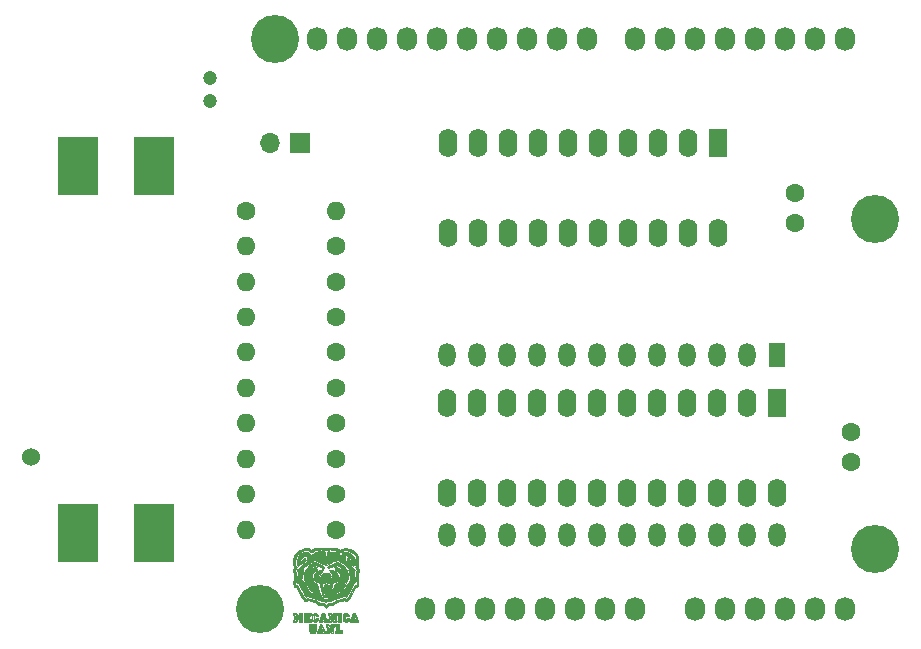
<source format=gbr>
%TF.GenerationSoftware,KiCad,Pcbnew,(5.1.9)-1*%
%TF.CreationDate,2021-11-17T20:07:43-06:00*%
%TF.ProjectId,GAL_Programmer,47414c5f-5072-46f6-9772-616d6d65722e,rev?*%
%TF.SameCoordinates,Original*%
%TF.FileFunction,Soldermask,Top*%
%TF.FilePolarity,Negative*%
%FSLAX45Y45*%
G04 Gerber Fmt 4.5, Leading zero omitted, Abs format (unit mm)*
G04 Created by KiCad (PCBNEW (5.1.9)-1) date 2021-11-17 20:07:43*
%MOMM*%
%LPD*%
G01*
G04 APERTURE LIST*
%ADD10C,0.010000*%
%ADD11C,1.200000*%
%ADD12R,3.500000X5.000000*%
%ADD13C,1.524000*%
%ADD14O,1.727200X2.032000*%
%ADD15C,4.064000*%
%ADD16O,1.600000X1.600000*%
%ADD17C,1.600000*%
%ADD18R,1.600000X2.400000*%
%ADD19O,1.600000X2.400000*%
%ADD20R,1.700000X1.700000*%
%ADD21O,1.700000X1.700000*%
%ADD22R,1.440000X2.000000*%
%ADD23O,1.440000X2.000000*%
G04 APERTURE END LIST*
D10*
%TO.C,G\u002A\u002A\u002A*%
G36*
X12933157Y-12542255D02*
G01*
X12932360Y-12555052D01*
X12932107Y-12563243D01*
X12932566Y-12567857D01*
X12933907Y-12569919D01*
X12936298Y-12570458D01*
X12937800Y-12570478D01*
X12940732Y-12570295D01*
X12942536Y-12569061D01*
X12943380Y-12565751D01*
X12943434Y-12559335D01*
X12942867Y-12548787D01*
X12942443Y-12542255D01*
X12940594Y-12514033D01*
X12971667Y-12514033D01*
X12971667Y-12523911D01*
X12970958Y-12530440D01*
X12969215Y-12533704D01*
X12968844Y-12533789D01*
X12967413Y-12536409D01*
X12966418Y-12543478D01*
X12966023Y-12553806D01*
X12966022Y-12554427D01*
X12965830Y-12565410D01*
X12964934Y-12572470D01*
X12962853Y-12577321D01*
X12959104Y-12581681D01*
X12958107Y-12582650D01*
X12948607Y-12588528D01*
X12937534Y-12590652D01*
X12926793Y-12588971D01*
X12918536Y-12583701D01*
X12915304Y-12579397D01*
X12913433Y-12574006D01*
X12912581Y-12565946D01*
X12912400Y-12555479D01*
X12912057Y-12544621D01*
X12911127Y-12537029D01*
X12909756Y-12533825D01*
X12909578Y-12533789D01*
X12907712Y-12531308D01*
X12906780Y-12525207D01*
X12906755Y-12523911D01*
X12912400Y-12523911D01*
X12913924Y-12527667D01*
X12915222Y-12528144D01*
X12916612Y-12530789D01*
X12917591Y-12538030D01*
X12918032Y-12548823D01*
X12918044Y-12551205D01*
X12918374Y-12564130D01*
X12919495Y-12572653D01*
X12921609Y-12577985D01*
X12922715Y-12579428D01*
X12929973Y-12583670D01*
X12939424Y-12584457D01*
X12948850Y-12581860D01*
X12953846Y-12578452D01*
X12957222Y-12574604D01*
X12959196Y-12569915D01*
X12960126Y-12562839D01*
X12960376Y-12551826D01*
X12960378Y-12550465D01*
X12960816Y-12537611D01*
X12962103Y-12529853D01*
X12963700Y-12527507D01*
X12965959Y-12525255D01*
X12964119Y-12522436D01*
X12959451Y-12520228D01*
X12955260Y-12519678D01*
X12947653Y-12519678D01*
X12947666Y-12547194D01*
X12947678Y-12574711D01*
X12927922Y-12574711D01*
X12927090Y-12552378D01*
X12927040Y-12538693D01*
X12928113Y-12530488D01*
X12929568Y-12527999D01*
X12931727Y-12524792D01*
X12929395Y-12521742D01*
X12923657Y-12519869D01*
X12920700Y-12519678D01*
X12914101Y-12520961D01*
X12912400Y-12523911D01*
X12906755Y-12523911D01*
X12906755Y-12514033D01*
X12935006Y-12514033D01*
X12933157Y-12542255D01*
G37*
X12933157Y-12542255D02*
X12932360Y-12555052D01*
X12932107Y-12563243D01*
X12932566Y-12567857D01*
X12933907Y-12569919D01*
X12936298Y-12570458D01*
X12937800Y-12570478D01*
X12940732Y-12570295D01*
X12942536Y-12569061D01*
X12943380Y-12565751D01*
X12943434Y-12559335D01*
X12942867Y-12548787D01*
X12942443Y-12542255D01*
X12940594Y-12514033D01*
X12971667Y-12514033D01*
X12971667Y-12523911D01*
X12970958Y-12530440D01*
X12969215Y-12533704D01*
X12968844Y-12533789D01*
X12967413Y-12536409D01*
X12966418Y-12543478D01*
X12966023Y-12553806D01*
X12966022Y-12554427D01*
X12965830Y-12565410D01*
X12964934Y-12572470D01*
X12962853Y-12577321D01*
X12959104Y-12581681D01*
X12958107Y-12582650D01*
X12948607Y-12588528D01*
X12937534Y-12590652D01*
X12926793Y-12588971D01*
X12918536Y-12583701D01*
X12915304Y-12579397D01*
X12913433Y-12574006D01*
X12912581Y-12565946D01*
X12912400Y-12555479D01*
X12912057Y-12544621D01*
X12911127Y-12537029D01*
X12909756Y-12533825D01*
X12909578Y-12533789D01*
X12907712Y-12531308D01*
X12906780Y-12525207D01*
X12906755Y-12523911D01*
X12912400Y-12523911D01*
X12913924Y-12527667D01*
X12915222Y-12528144D01*
X12916612Y-12530789D01*
X12917591Y-12538030D01*
X12918032Y-12548823D01*
X12918044Y-12551205D01*
X12918374Y-12564130D01*
X12919495Y-12572653D01*
X12921609Y-12577985D01*
X12922715Y-12579428D01*
X12929973Y-12583670D01*
X12939424Y-12584457D01*
X12948850Y-12581860D01*
X12953846Y-12578452D01*
X12957222Y-12574604D01*
X12959196Y-12569915D01*
X12960126Y-12562839D01*
X12960376Y-12551826D01*
X12960378Y-12550465D01*
X12960816Y-12537611D01*
X12962103Y-12529853D01*
X12963700Y-12527507D01*
X12965959Y-12525255D01*
X12964119Y-12522436D01*
X12959451Y-12520228D01*
X12955260Y-12519678D01*
X12947653Y-12519678D01*
X12947666Y-12547194D01*
X12947678Y-12574711D01*
X12927922Y-12574711D01*
X12927090Y-12552378D01*
X12927040Y-12538693D01*
X12928113Y-12530488D01*
X12929568Y-12527999D01*
X12931727Y-12524792D01*
X12929395Y-12521742D01*
X12923657Y-12519869D01*
X12920700Y-12519678D01*
X12914101Y-12520961D01*
X12912400Y-12523911D01*
X12906755Y-12523911D01*
X12906755Y-12514033D01*
X12935006Y-12514033D01*
X12933157Y-12542255D01*
G36*
X13010682Y-12514582D02*
G01*
X13021004Y-12515444D01*
X13029472Y-12542961D01*
X13033509Y-12555007D01*
X13037244Y-12564202D01*
X13040239Y-12569542D01*
X13041492Y-12570478D01*
X13044051Y-12573052D01*
X13045043Y-12580027D01*
X13045044Y-12580355D01*
X13045044Y-12590233D01*
X13013407Y-12590233D01*
X13014484Y-12578944D01*
X13014804Y-12571665D01*
X13013472Y-12568411D01*
X13009848Y-12567656D01*
X13009767Y-12567655D01*
X13006100Y-12568383D01*
X13004736Y-12571584D01*
X13005035Y-12578786D01*
X13005050Y-12578944D01*
X13006126Y-12590233D01*
X12974489Y-12590233D01*
X12974489Y-12581274D01*
X12981599Y-12581274D01*
X12984738Y-12583868D01*
X12991893Y-12584589D01*
X12998139Y-12583331D01*
X12999889Y-12580591D01*
X12998253Y-12576378D01*
X12997139Y-12575652D01*
X12995625Y-12572589D01*
X12996057Y-12568361D01*
X12998069Y-12564261D01*
X13002374Y-12562412D01*
X13009767Y-12562011D01*
X13017671Y-12562504D01*
X13021706Y-12564518D01*
X13023477Y-12568361D01*
X13023755Y-12573617D01*
X13022395Y-12575652D01*
X13019882Y-12578889D01*
X13019644Y-12580591D01*
X13022171Y-12583629D01*
X13029522Y-12584589D01*
X13036828Y-12583671D01*
X13039382Y-12580741D01*
X13039400Y-12580355D01*
X13037920Y-12576599D01*
X13036660Y-12576122D01*
X13034749Y-12573598D01*
X13031727Y-12566773D01*
X13028051Y-12556770D01*
X13025102Y-12547739D01*
X13021007Y-12534974D01*
X13017931Y-12526749D01*
X13015392Y-12522162D01*
X13012910Y-12520310D01*
X13010426Y-12520222D01*
X13007199Y-12521768D01*
X13004071Y-12525995D01*
X13000542Y-12533817D01*
X12996115Y-12546145D01*
X12995879Y-12546845D01*
X12991745Y-12558470D01*
X12987852Y-12568327D01*
X12984782Y-12574988D01*
X12983686Y-12576738D01*
X12981599Y-12581274D01*
X12974489Y-12581274D01*
X12974489Y-12580355D01*
X12975441Y-12573136D01*
X12978076Y-12570478D01*
X12978122Y-12570478D01*
X12980551Y-12567915D01*
X12984074Y-12560848D01*
X12988266Y-12550209D01*
X12991057Y-12542099D01*
X13000359Y-12513721D01*
X13010682Y-12514582D01*
G37*
X13010682Y-12514582D02*
X13021004Y-12515444D01*
X13029472Y-12542961D01*
X13033509Y-12555007D01*
X13037244Y-12564202D01*
X13040239Y-12569542D01*
X13041492Y-12570478D01*
X13044051Y-12573052D01*
X13045043Y-12580027D01*
X13045044Y-12580355D01*
X13045044Y-12590233D01*
X13013407Y-12590233D01*
X13014484Y-12578944D01*
X13014804Y-12571665D01*
X13013472Y-12568411D01*
X13009848Y-12567656D01*
X13009767Y-12567655D01*
X13006100Y-12568383D01*
X13004736Y-12571584D01*
X13005035Y-12578786D01*
X13005050Y-12578944D01*
X13006126Y-12590233D01*
X12974489Y-12590233D01*
X12974489Y-12581274D01*
X12981599Y-12581274D01*
X12984738Y-12583868D01*
X12991893Y-12584589D01*
X12998139Y-12583331D01*
X12999889Y-12580591D01*
X12998253Y-12576378D01*
X12997139Y-12575652D01*
X12995625Y-12572589D01*
X12996057Y-12568361D01*
X12998069Y-12564261D01*
X13002374Y-12562412D01*
X13009767Y-12562011D01*
X13017671Y-12562504D01*
X13021706Y-12564518D01*
X13023477Y-12568361D01*
X13023755Y-12573617D01*
X13022395Y-12575652D01*
X13019882Y-12578889D01*
X13019644Y-12580591D01*
X13022171Y-12583629D01*
X13029522Y-12584589D01*
X13036828Y-12583671D01*
X13039382Y-12580741D01*
X13039400Y-12580355D01*
X13037920Y-12576599D01*
X13036660Y-12576122D01*
X13034749Y-12573598D01*
X13031727Y-12566773D01*
X13028051Y-12556770D01*
X13025102Y-12547739D01*
X13021007Y-12534974D01*
X13017931Y-12526749D01*
X13015392Y-12522162D01*
X13012910Y-12520310D01*
X13010426Y-12520222D01*
X13007199Y-12521768D01*
X13004071Y-12525995D01*
X13000542Y-12533817D01*
X12996115Y-12546145D01*
X12995879Y-12546845D01*
X12991745Y-12558470D01*
X12987852Y-12568327D01*
X12984782Y-12574988D01*
X12983686Y-12576738D01*
X12981599Y-12581274D01*
X12974489Y-12581274D01*
X12974489Y-12580355D01*
X12975441Y-12573136D01*
X12978076Y-12570478D01*
X12978122Y-12570478D01*
X12980551Y-12567915D01*
X12984074Y-12560848D01*
X12988266Y-12550209D01*
X12991057Y-12542099D01*
X13000359Y-12513721D01*
X13010682Y-12514582D01*
G36*
X13066917Y-12514584D02*
G01*
X13074394Y-12515313D01*
X13079240Y-12517118D01*
X13083087Y-12521230D01*
X13087568Y-12528874D01*
X13088701Y-12530967D01*
X13093440Y-12539179D01*
X13096372Y-12542673D01*
X13097935Y-12541910D01*
X13098195Y-12540952D01*
X13097773Y-12535989D01*
X13096167Y-12534367D01*
X13094048Y-12531128D01*
X13093037Y-12524602D01*
X13093022Y-12523676D01*
X13093022Y-12514033D01*
X13121244Y-12514033D01*
X13121244Y-12523744D01*
X13120497Y-12530774D01*
X13118671Y-12535008D01*
X13118422Y-12535200D01*
X13117192Y-12538619D01*
X13116235Y-12546357D01*
X13115683Y-12557091D01*
X13115600Y-12563589D01*
X13115600Y-12590233D01*
X13106328Y-12590233D01*
X13101386Y-12589841D01*
X13097649Y-12587952D01*
X13094054Y-12583495D01*
X13089534Y-12575400D01*
X13087370Y-12571183D01*
X13082477Y-12561750D01*
X13079491Y-12556824D01*
X13077844Y-12555838D01*
X13076967Y-12558228D01*
X13076639Y-12560517D01*
X13076804Y-12566747D01*
X13078663Y-12569925D01*
X13080731Y-12573145D01*
X13081719Y-12579661D01*
X13081733Y-12580591D01*
X13081733Y-12590233D01*
X13053511Y-12590233D01*
X13053511Y-12580355D01*
X13054220Y-12573827D01*
X13055963Y-12570563D01*
X13056333Y-12570478D01*
X13057808Y-12567886D01*
X13058818Y-12561020D01*
X13059155Y-12552133D01*
X13058757Y-12542547D01*
X13057700Y-12535984D01*
X13056333Y-12533789D01*
X13054479Y-12531305D01*
X13053540Y-12525186D01*
X13053514Y-12523911D01*
X13059155Y-12523911D01*
X13060679Y-12527667D01*
X13061978Y-12528144D01*
X13063352Y-12530797D01*
X13064325Y-12538094D01*
X13064781Y-12549041D01*
X13064800Y-12552133D01*
X13064488Y-12563816D01*
X13063629Y-12572089D01*
X13062341Y-12575959D01*
X13061978Y-12576122D01*
X13059474Y-12578408D01*
X13059155Y-12580355D01*
X13061680Y-12583716D01*
X13067622Y-12584589D01*
X13074209Y-12583388D01*
X13076089Y-12580591D01*
X13074328Y-12576350D01*
X13073130Y-12575606D01*
X13071627Y-12572325D01*
X13070910Y-12564294D01*
X13071013Y-12553499D01*
X13071855Y-12532378D01*
X13086884Y-12558483D01*
X13093405Y-12569191D01*
X13099308Y-12577772D01*
X13103845Y-12583201D01*
X13105934Y-12584589D01*
X13107828Y-12583492D01*
X13109045Y-12579615D01*
X13109709Y-12572073D01*
X13109948Y-12559986D01*
X13109955Y-12556367D01*
X13110224Y-12543256D01*
X13110975Y-12533777D01*
X13112126Y-12528743D01*
X13112778Y-12528144D01*
X13115282Y-12525858D01*
X13115600Y-12523911D01*
X13113076Y-12520550D01*
X13107133Y-12519678D01*
X13101325Y-12521035D01*
X13098392Y-12524098D01*
X13099261Y-12527356D01*
X13101633Y-12528663D01*
X13103165Y-12531943D01*
X13103867Y-12539881D01*
X13103749Y-12549359D01*
X13102900Y-12569067D01*
X13089347Y-12544372D01*
X13082965Y-12533015D01*
X13078344Y-12525777D01*
X13074678Y-12521747D01*
X13071162Y-12520019D01*
X13067474Y-12519678D01*
X13060862Y-12520959D01*
X13059155Y-12523911D01*
X13053514Y-12523911D01*
X13053511Y-12523756D01*
X13053511Y-12513724D01*
X13066917Y-12514584D01*
G37*
X13066917Y-12514584D02*
X13074394Y-12515313D01*
X13079240Y-12517118D01*
X13083087Y-12521230D01*
X13087568Y-12528874D01*
X13088701Y-12530967D01*
X13093440Y-12539179D01*
X13096372Y-12542673D01*
X13097935Y-12541910D01*
X13098195Y-12540952D01*
X13097773Y-12535989D01*
X13096167Y-12534367D01*
X13094048Y-12531128D01*
X13093037Y-12524602D01*
X13093022Y-12523676D01*
X13093022Y-12514033D01*
X13121244Y-12514033D01*
X13121244Y-12523744D01*
X13120497Y-12530774D01*
X13118671Y-12535008D01*
X13118422Y-12535200D01*
X13117192Y-12538619D01*
X13116235Y-12546357D01*
X13115683Y-12557091D01*
X13115600Y-12563589D01*
X13115600Y-12590233D01*
X13106328Y-12590233D01*
X13101386Y-12589841D01*
X13097649Y-12587952D01*
X13094054Y-12583495D01*
X13089534Y-12575400D01*
X13087370Y-12571183D01*
X13082477Y-12561750D01*
X13079491Y-12556824D01*
X13077844Y-12555838D01*
X13076967Y-12558228D01*
X13076639Y-12560517D01*
X13076804Y-12566747D01*
X13078663Y-12569925D01*
X13080731Y-12573145D01*
X13081719Y-12579661D01*
X13081733Y-12580591D01*
X13081733Y-12590233D01*
X13053511Y-12590233D01*
X13053511Y-12580355D01*
X13054220Y-12573827D01*
X13055963Y-12570563D01*
X13056333Y-12570478D01*
X13057808Y-12567886D01*
X13058818Y-12561020D01*
X13059155Y-12552133D01*
X13058757Y-12542547D01*
X13057700Y-12535984D01*
X13056333Y-12533789D01*
X13054479Y-12531305D01*
X13053540Y-12525186D01*
X13053514Y-12523911D01*
X13059155Y-12523911D01*
X13060679Y-12527667D01*
X13061978Y-12528144D01*
X13063352Y-12530797D01*
X13064325Y-12538094D01*
X13064781Y-12549041D01*
X13064800Y-12552133D01*
X13064488Y-12563816D01*
X13063629Y-12572089D01*
X13062341Y-12575959D01*
X13061978Y-12576122D01*
X13059474Y-12578408D01*
X13059155Y-12580355D01*
X13061680Y-12583716D01*
X13067622Y-12584589D01*
X13074209Y-12583388D01*
X13076089Y-12580591D01*
X13074328Y-12576350D01*
X13073130Y-12575606D01*
X13071627Y-12572325D01*
X13070910Y-12564294D01*
X13071013Y-12553499D01*
X13071855Y-12532378D01*
X13086884Y-12558483D01*
X13093405Y-12569191D01*
X13099308Y-12577772D01*
X13103845Y-12583201D01*
X13105934Y-12584589D01*
X13107828Y-12583492D01*
X13109045Y-12579615D01*
X13109709Y-12572073D01*
X13109948Y-12559986D01*
X13109955Y-12556367D01*
X13110224Y-12543256D01*
X13110975Y-12533777D01*
X13112126Y-12528743D01*
X13112778Y-12528144D01*
X13115282Y-12525858D01*
X13115600Y-12523911D01*
X13113076Y-12520550D01*
X13107133Y-12519678D01*
X13101325Y-12521035D01*
X13098392Y-12524098D01*
X13099261Y-12527356D01*
X13101633Y-12528663D01*
X13103165Y-12531943D01*
X13103867Y-12539881D01*
X13103749Y-12549359D01*
X13102900Y-12569067D01*
X13089347Y-12544372D01*
X13082965Y-12533015D01*
X13078344Y-12525777D01*
X13074678Y-12521747D01*
X13071162Y-12520019D01*
X13067474Y-12519678D01*
X13060862Y-12520959D01*
X13059155Y-12523911D01*
X13053514Y-12523911D01*
X13053511Y-12523756D01*
X13053511Y-12513724D01*
X13066917Y-12514584D01*
G36*
X13166400Y-12523911D02*
G01*
X13165691Y-12530440D01*
X13163948Y-12533704D01*
X13163578Y-12533789D01*
X13162103Y-12536381D01*
X13161093Y-12543247D01*
X13160755Y-12552133D01*
X13161038Y-12562423D01*
X13162048Y-12568142D01*
X13164028Y-12570343D01*
X13164989Y-12570478D01*
X13168436Y-12568125D01*
X13169222Y-12564833D01*
X13170327Y-12560943D01*
X13174641Y-12559373D01*
X13179100Y-12559189D01*
X13188978Y-12559189D01*
X13188978Y-12590233D01*
X13132533Y-12590233D01*
X13132533Y-12580355D01*
X13133242Y-12573827D01*
X13134985Y-12570563D01*
X13135355Y-12570478D01*
X13136830Y-12567886D01*
X13137840Y-12561020D01*
X13138178Y-12552133D01*
X13137779Y-12542547D01*
X13136723Y-12535984D01*
X13135355Y-12533789D01*
X13133490Y-12531308D01*
X13132600Y-12525482D01*
X13138056Y-12525482D01*
X13140500Y-12527507D01*
X13142077Y-12530657D01*
X13143167Y-12537824D01*
X13143753Y-12547400D01*
X13143823Y-12557777D01*
X13143360Y-12567349D01*
X13142351Y-12574506D01*
X13140954Y-12577562D01*
X13138681Y-12580393D01*
X13141625Y-12582596D01*
X13149381Y-12584039D01*
X13161543Y-12584587D01*
X13162333Y-12584589D01*
X13183333Y-12584589D01*
X13183333Y-12574711D01*
X13182415Y-12567405D01*
X13179485Y-12564851D01*
X13179100Y-12564833D01*
X13175652Y-12567186D01*
X13174867Y-12570478D01*
X13173762Y-12574368D01*
X13169448Y-12575938D01*
X13164989Y-12576122D01*
X13155111Y-12576122D01*
X13155111Y-12552133D01*
X13155423Y-12540451D01*
X13156282Y-12532178D01*
X13157570Y-12528308D01*
X13157933Y-12528144D01*
X13160437Y-12525858D01*
X13160755Y-12523911D01*
X13158574Y-12520755D01*
X13151652Y-12519681D01*
X13151044Y-12519678D01*
X13144368Y-12520621D01*
X13139636Y-12522854D01*
X13138056Y-12525482D01*
X13132600Y-12525482D01*
X13132558Y-12525207D01*
X13132533Y-12523911D01*
X13132533Y-12514033D01*
X13166400Y-12514033D01*
X13166400Y-12523911D01*
G37*
X13166400Y-12523911D02*
X13165691Y-12530440D01*
X13163948Y-12533704D01*
X13163578Y-12533789D01*
X13162103Y-12536381D01*
X13161093Y-12543247D01*
X13160755Y-12552133D01*
X13161038Y-12562423D01*
X13162048Y-12568142D01*
X13164028Y-12570343D01*
X13164989Y-12570478D01*
X13168436Y-12568125D01*
X13169222Y-12564833D01*
X13170327Y-12560943D01*
X13174641Y-12559373D01*
X13179100Y-12559189D01*
X13188978Y-12559189D01*
X13188978Y-12590233D01*
X13132533Y-12590233D01*
X13132533Y-12580355D01*
X13133242Y-12573827D01*
X13134985Y-12570563D01*
X13135355Y-12570478D01*
X13136830Y-12567886D01*
X13137840Y-12561020D01*
X13138178Y-12552133D01*
X13137779Y-12542547D01*
X13136723Y-12535984D01*
X13135355Y-12533789D01*
X13133490Y-12531308D01*
X13132600Y-12525482D01*
X13138056Y-12525482D01*
X13140500Y-12527507D01*
X13142077Y-12530657D01*
X13143167Y-12537824D01*
X13143753Y-12547400D01*
X13143823Y-12557777D01*
X13143360Y-12567349D01*
X13142351Y-12574506D01*
X13140954Y-12577562D01*
X13138681Y-12580393D01*
X13141625Y-12582596D01*
X13149381Y-12584039D01*
X13161543Y-12584587D01*
X13162333Y-12584589D01*
X13183333Y-12584589D01*
X13183333Y-12574711D01*
X13182415Y-12567405D01*
X13179485Y-12564851D01*
X13179100Y-12564833D01*
X13175652Y-12567186D01*
X13174867Y-12570478D01*
X13173762Y-12574368D01*
X13169448Y-12575938D01*
X13164989Y-12576122D01*
X13155111Y-12576122D01*
X13155111Y-12552133D01*
X13155423Y-12540451D01*
X13156282Y-12532178D01*
X13157570Y-12528308D01*
X13157933Y-12528144D01*
X13160437Y-12525858D01*
X13160755Y-12523911D01*
X13158574Y-12520755D01*
X13151652Y-12519681D01*
X13151044Y-12519678D01*
X13144368Y-12520621D01*
X13139636Y-12522854D01*
X13138056Y-12525482D01*
X13132600Y-12525482D01*
X13132558Y-12525207D01*
X13132533Y-12523911D01*
X13132533Y-12514033D01*
X13166400Y-12514033D01*
X13166400Y-12523911D01*
G36*
X12847701Y-12418287D02*
G01*
X12851696Y-12419519D01*
X12853012Y-12422679D01*
X12853133Y-12426378D01*
X12852263Y-12432895D01*
X12850311Y-12436422D01*
X12848794Y-12439978D01*
X12847770Y-12447393D01*
X12847489Y-12454767D01*
X12847934Y-12463963D01*
X12849087Y-12470702D01*
X12850311Y-12473111D01*
X12852344Y-12476926D01*
X12853133Y-12483155D01*
X12852859Y-12487901D01*
X12851112Y-12490371D01*
X12846502Y-12491308D01*
X12837640Y-12491455D01*
X12837611Y-12491455D01*
X12828737Y-12491309D01*
X12824118Y-12490375D01*
X12822365Y-12487909D01*
X12822089Y-12483171D01*
X12822089Y-12483155D01*
X12822959Y-12476638D01*
X12824911Y-12473111D01*
X12826965Y-12469266D01*
X12827585Y-12463772D01*
X12827437Y-12456178D01*
X12823008Y-12462528D01*
X12818320Y-12467259D01*
X12814436Y-12468878D01*
X12809742Y-12466868D01*
X12804996Y-12462528D01*
X12799699Y-12456178D01*
X12799605Y-12463772D01*
X12800481Y-12470020D01*
X12802333Y-12473111D01*
X12804367Y-12476926D01*
X12805155Y-12483155D01*
X12804882Y-12487901D01*
X12803134Y-12490371D01*
X12798524Y-12491308D01*
X12789662Y-12491455D01*
X12789633Y-12491455D01*
X12780759Y-12491309D01*
X12776140Y-12490375D01*
X12774387Y-12487909D01*
X12774111Y-12483171D01*
X12774111Y-12483155D01*
X12774981Y-12476638D01*
X12776933Y-12473111D01*
X12778390Y-12469585D01*
X12779409Y-12462102D01*
X12779755Y-12453189D01*
X12779353Y-12443669D01*
X12778290Y-12437158D01*
X12776933Y-12435011D01*
X12774952Y-12432559D01*
X12774111Y-12426650D01*
X12774111Y-12426544D01*
X12779755Y-12426544D01*
X12781903Y-12429285D01*
X12782578Y-12429367D01*
X12783930Y-12432031D01*
X12784895Y-12439406D01*
X12785369Y-12450565D01*
X12785400Y-12454767D01*
X12785104Y-12466937D01*
X12784284Y-12475619D01*
X12783045Y-12479885D01*
X12782578Y-12480167D01*
X12779837Y-12482314D01*
X12779755Y-12482989D01*
X12782236Y-12484854D01*
X12788337Y-12485787D01*
X12789633Y-12485811D01*
X12796163Y-12485161D01*
X12799426Y-12483563D01*
X12799511Y-12483224D01*
X12797322Y-12479996D01*
X12796558Y-12479653D01*
X12795084Y-12476372D01*
X12794355Y-12468263D01*
X12794442Y-12456134D01*
X12795278Y-12433600D01*
X12803487Y-12448417D01*
X12808181Y-12456279D01*
X12812033Y-12461651D01*
X12813895Y-12463233D01*
X12816309Y-12460951D01*
X12820318Y-12455037D01*
X12824029Y-12448616D01*
X12831967Y-12433998D01*
X12832803Y-12456333D01*
X12832886Y-12468409D01*
X12832149Y-12476448D01*
X12830686Y-12479653D01*
X12827516Y-12481879D01*
X12829005Y-12484140D01*
X12834235Y-12485619D01*
X12837611Y-12485811D01*
X12844140Y-12485102D01*
X12847404Y-12483359D01*
X12847489Y-12482989D01*
X12845341Y-12480249D01*
X12844667Y-12480167D01*
X12843314Y-12477502D01*
X12842350Y-12470127D01*
X12841876Y-12458968D01*
X12841844Y-12454767D01*
X12842140Y-12442596D01*
X12842960Y-12433914D01*
X12844200Y-12429648D01*
X12844667Y-12429367D01*
X12847407Y-12427219D01*
X12847489Y-12426544D01*
X12845035Y-12424569D01*
X12839115Y-12423723D01*
X12838953Y-12423722D01*
X12833216Y-12424586D01*
X12828587Y-12428001D01*
X12823488Y-12435204D01*
X12822745Y-12436422D01*
X12818181Y-12443551D01*
X12814734Y-12448159D01*
X12813584Y-12449122D01*
X12811506Y-12446866D01*
X12807811Y-12441092D01*
X12805155Y-12436422D01*
X12800466Y-12428736D01*
X12796296Y-12424952D01*
X12790985Y-12423766D01*
X12788987Y-12423722D01*
X12782719Y-12424477D01*
X12779785Y-12426317D01*
X12779755Y-12426544D01*
X12774111Y-12426544D01*
X12774445Y-12421447D01*
X12776439Y-12418961D01*
X12781582Y-12418150D01*
X12787580Y-12418078D01*
X12796007Y-12418447D01*
X12800961Y-12420312D01*
X12804602Y-12424808D01*
X12806369Y-12427955D01*
X12810294Y-12434217D01*
X12813505Y-12437625D01*
X12814112Y-12437833D01*
X12816761Y-12435531D01*
X12820316Y-12429815D01*
X12821246Y-12427955D01*
X12824560Y-12421965D01*
X12828335Y-12419064D01*
X12834625Y-12418143D01*
X12839545Y-12418078D01*
X12847701Y-12418287D01*
G37*
X12847701Y-12418287D02*
X12851696Y-12419519D01*
X12853012Y-12422679D01*
X12853133Y-12426378D01*
X12852263Y-12432895D01*
X12850311Y-12436422D01*
X12848794Y-12439978D01*
X12847770Y-12447393D01*
X12847489Y-12454767D01*
X12847934Y-12463963D01*
X12849087Y-12470702D01*
X12850311Y-12473111D01*
X12852344Y-12476926D01*
X12853133Y-12483155D01*
X12852859Y-12487901D01*
X12851112Y-12490371D01*
X12846502Y-12491308D01*
X12837640Y-12491455D01*
X12837611Y-12491455D01*
X12828737Y-12491309D01*
X12824118Y-12490375D01*
X12822365Y-12487909D01*
X12822089Y-12483171D01*
X12822089Y-12483155D01*
X12822959Y-12476638D01*
X12824911Y-12473111D01*
X12826965Y-12469266D01*
X12827585Y-12463772D01*
X12827437Y-12456178D01*
X12823008Y-12462528D01*
X12818320Y-12467259D01*
X12814436Y-12468878D01*
X12809742Y-12466868D01*
X12804996Y-12462528D01*
X12799699Y-12456178D01*
X12799605Y-12463772D01*
X12800481Y-12470020D01*
X12802333Y-12473111D01*
X12804367Y-12476926D01*
X12805155Y-12483155D01*
X12804882Y-12487901D01*
X12803134Y-12490371D01*
X12798524Y-12491308D01*
X12789662Y-12491455D01*
X12789633Y-12491455D01*
X12780759Y-12491309D01*
X12776140Y-12490375D01*
X12774387Y-12487909D01*
X12774111Y-12483171D01*
X12774111Y-12483155D01*
X12774981Y-12476638D01*
X12776933Y-12473111D01*
X12778390Y-12469585D01*
X12779409Y-12462102D01*
X12779755Y-12453189D01*
X12779353Y-12443669D01*
X12778290Y-12437158D01*
X12776933Y-12435011D01*
X12774952Y-12432559D01*
X12774111Y-12426650D01*
X12774111Y-12426544D01*
X12779755Y-12426544D01*
X12781903Y-12429285D01*
X12782578Y-12429367D01*
X12783930Y-12432031D01*
X12784895Y-12439406D01*
X12785369Y-12450565D01*
X12785400Y-12454767D01*
X12785104Y-12466937D01*
X12784284Y-12475619D01*
X12783045Y-12479885D01*
X12782578Y-12480167D01*
X12779837Y-12482314D01*
X12779755Y-12482989D01*
X12782236Y-12484854D01*
X12788337Y-12485787D01*
X12789633Y-12485811D01*
X12796163Y-12485161D01*
X12799426Y-12483563D01*
X12799511Y-12483224D01*
X12797322Y-12479996D01*
X12796558Y-12479653D01*
X12795084Y-12476372D01*
X12794355Y-12468263D01*
X12794442Y-12456134D01*
X12795278Y-12433600D01*
X12803487Y-12448417D01*
X12808181Y-12456279D01*
X12812033Y-12461651D01*
X12813895Y-12463233D01*
X12816309Y-12460951D01*
X12820318Y-12455037D01*
X12824029Y-12448616D01*
X12831967Y-12433998D01*
X12832803Y-12456333D01*
X12832886Y-12468409D01*
X12832149Y-12476448D01*
X12830686Y-12479653D01*
X12827516Y-12481879D01*
X12829005Y-12484140D01*
X12834235Y-12485619D01*
X12837611Y-12485811D01*
X12844140Y-12485102D01*
X12847404Y-12483359D01*
X12847489Y-12482989D01*
X12845341Y-12480249D01*
X12844667Y-12480167D01*
X12843314Y-12477502D01*
X12842350Y-12470127D01*
X12841876Y-12458968D01*
X12841844Y-12454767D01*
X12842140Y-12442596D01*
X12842960Y-12433914D01*
X12844200Y-12429648D01*
X12844667Y-12429367D01*
X12847407Y-12427219D01*
X12847489Y-12426544D01*
X12845035Y-12424569D01*
X12839115Y-12423723D01*
X12838953Y-12423722D01*
X12833216Y-12424586D01*
X12828587Y-12428001D01*
X12823488Y-12435204D01*
X12822745Y-12436422D01*
X12818181Y-12443551D01*
X12814734Y-12448159D01*
X12813584Y-12449122D01*
X12811506Y-12446866D01*
X12807811Y-12441092D01*
X12805155Y-12436422D01*
X12800466Y-12428736D01*
X12796296Y-12424952D01*
X12790985Y-12423766D01*
X12788987Y-12423722D01*
X12782719Y-12424477D01*
X12779785Y-12426317D01*
X12779755Y-12426544D01*
X12774111Y-12426544D01*
X12774445Y-12421447D01*
X12776439Y-12418961D01*
X12781582Y-12418150D01*
X12787580Y-12418078D01*
X12796007Y-12418447D01*
X12800961Y-12420312D01*
X12804602Y-12424808D01*
X12806369Y-12427955D01*
X12810294Y-12434217D01*
X12813505Y-12437625D01*
X12814112Y-12437833D01*
X12816761Y-12435531D01*
X12820316Y-12429815D01*
X12821246Y-12427955D01*
X12824560Y-12421965D01*
X12828335Y-12419064D01*
X12834625Y-12418143D01*
X12839545Y-12418078D01*
X12847701Y-12418287D01*
G36*
X12923689Y-12429367D02*
G01*
X12923377Y-12436597D01*
X12921547Y-12439811D01*
X12916860Y-12440632D01*
X12914375Y-12440655D01*
X12906897Y-12439686D01*
X12901753Y-12437344D01*
X12901675Y-12437269D01*
X12897669Y-12435409D01*
X12895148Y-12437023D01*
X12893261Y-12441385D01*
X12896188Y-12444758D01*
X12903099Y-12446282D01*
X12904100Y-12446300D01*
X12909983Y-12447019D01*
X12912150Y-12450371D01*
X12912400Y-12454767D01*
X12911849Y-12460455D01*
X12909056Y-12462788D01*
X12902522Y-12463233D01*
X12895234Y-12464142D01*
X12892667Y-12467056D01*
X12892644Y-12467491D01*
X12893612Y-12469865D01*
X12897329Y-12470729D01*
X12905014Y-12470276D01*
X12908167Y-12469925D01*
X12923689Y-12468101D01*
X12923689Y-12491455D01*
X12894761Y-12491456D01*
X12865833Y-12491456D01*
X12866084Y-12482973D01*
X12866208Y-12481874D01*
X12872732Y-12481874D01*
X12875282Y-12484100D01*
X12883315Y-12485417D01*
X12895467Y-12485811D01*
X12906716Y-12485693D01*
X12913458Y-12485150D01*
X12916828Y-12483899D01*
X12917961Y-12481655D01*
X12918044Y-12480167D01*
X12916280Y-12475570D01*
X12913811Y-12474522D01*
X12910055Y-12476046D01*
X12909578Y-12477344D01*
X12907074Y-12479112D01*
X12900819Y-12480095D01*
X12898289Y-12480167D01*
X12887000Y-12480167D01*
X12887000Y-12468878D01*
X12887334Y-12461639D01*
X12889146Y-12458421D01*
X12893649Y-12457607D01*
X12895467Y-12457589D01*
X12901411Y-12456771D01*
X12903933Y-12454802D01*
X12903933Y-12454767D01*
X12901481Y-12452785D01*
X12895572Y-12451945D01*
X12895467Y-12451944D01*
X12890038Y-12451499D01*
X12887624Y-12449083D01*
X12887013Y-12443080D01*
X12887000Y-12440655D01*
X12887000Y-12429367D01*
X12898289Y-12429367D01*
X12905358Y-12429993D01*
X12909290Y-12431556D01*
X12909578Y-12432189D01*
X12911864Y-12434693D01*
X12913811Y-12435011D01*
X12917259Y-12432658D01*
X12918044Y-12429367D01*
X12917573Y-12426554D01*
X12915402Y-12424869D01*
X12910396Y-12424026D01*
X12901419Y-12423743D01*
X12895467Y-12423722D01*
X12882445Y-12424190D01*
X12874863Y-12425582D01*
X12872768Y-12427883D01*
X12875711Y-12430778D01*
X12877041Y-12434240D01*
X12878033Y-12441856D01*
X12878514Y-12452135D01*
X12878533Y-12454767D01*
X12878198Y-12465454D01*
X12877310Y-12473827D01*
X12876043Y-12478396D01*
X12875711Y-12478755D01*
X12872732Y-12481874D01*
X12866208Y-12481874D01*
X12866831Y-12476334D01*
X12868201Y-12472625D01*
X12869248Y-12469041D01*
X12869853Y-12462018D01*
X12870027Y-12453331D01*
X12869783Y-12444756D01*
X12869132Y-12438069D01*
X12868087Y-12435044D01*
X12867950Y-12435011D01*
X12866463Y-12432556D01*
X12865833Y-12426641D01*
X12865833Y-12426544D01*
X12865833Y-12418078D01*
X12923689Y-12418078D01*
X12923689Y-12429367D01*
G37*
X12923689Y-12429367D02*
X12923377Y-12436597D01*
X12921547Y-12439811D01*
X12916860Y-12440632D01*
X12914375Y-12440655D01*
X12906897Y-12439686D01*
X12901753Y-12437344D01*
X12901675Y-12437269D01*
X12897669Y-12435409D01*
X12895148Y-12437023D01*
X12893261Y-12441385D01*
X12896188Y-12444758D01*
X12903099Y-12446282D01*
X12904100Y-12446300D01*
X12909983Y-12447019D01*
X12912150Y-12450371D01*
X12912400Y-12454767D01*
X12911849Y-12460455D01*
X12909056Y-12462788D01*
X12902522Y-12463233D01*
X12895234Y-12464142D01*
X12892667Y-12467056D01*
X12892644Y-12467491D01*
X12893612Y-12469865D01*
X12897329Y-12470729D01*
X12905014Y-12470276D01*
X12908167Y-12469925D01*
X12923689Y-12468101D01*
X12923689Y-12491455D01*
X12894761Y-12491456D01*
X12865833Y-12491456D01*
X12866084Y-12482973D01*
X12866208Y-12481874D01*
X12872732Y-12481874D01*
X12875282Y-12484100D01*
X12883315Y-12485417D01*
X12895467Y-12485811D01*
X12906716Y-12485693D01*
X12913458Y-12485150D01*
X12916828Y-12483899D01*
X12917961Y-12481655D01*
X12918044Y-12480167D01*
X12916280Y-12475570D01*
X12913811Y-12474522D01*
X12910055Y-12476046D01*
X12909578Y-12477344D01*
X12907074Y-12479112D01*
X12900819Y-12480095D01*
X12898289Y-12480167D01*
X12887000Y-12480167D01*
X12887000Y-12468878D01*
X12887334Y-12461639D01*
X12889146Y-12458421D01*
X12893649Y-12457607D01*
X12895467Y-12457589D01*
X12901411Y-12456771D01*
X12903933Y-12454802D01*
X12903933Y-12454767D01*
X12901481Y-12452785D01*
X12895572Y-12451945D01*
X12895467Y-12451944D01*
X12890038Y-12451499D01*
X12887624Y-12449083D01*
X12887013Y-12443080D01*
X12887000Y-12440655D01*
X12887000Y-12429367D01*
X12898289Y-12429367D01*
X12905358Y-12429993D01*
X12909290Y-12431556D01*
X12909578Y-12432189D01*
X12911864Y-12434693D01*
X12913811Y-12435011D01*
X12917259Y-12432658D01*
X12918044Y-12429367D01*
X12917573Y-12426554D01*
X12915402Y-12424869D01*
X12910396Y-12424026D01*
X12901419Y-12423743D01*
X12895467Y-12423722D01*
X12882445Y-12424190D01*
X12874863Y-12425582D01*
X12872768Y-12427883D01*
X12875711Y-12430778D01*
X12877041Y-12434240D01*
X12878033Y-12441856D01*
X12878514Y-12452135D01*
X12878533Y-12454767D01*
X12878198Y-12465454D01*
X12877310Y-12473827D01*
X12876043Y-12478396D01*
X12875711Y-12478755D01*
X12872732Y-12481874D01*
X12866208Y-12481874D01*
X12866831Y-12476334D01*
X12868201Y-12472625D01*
X12869248Y-12469041D01*
X12869853Y-12462018D01*
X12870027Y-12453331D01*
X12869783Y-12444756D01*
X12869132Y-12438069D01*
X12868087Y-12435044D01*
X12867950Y-12435011D01*
X12866463Y-12432556D01*
X12865833Y-12426641D01*
X12865833Y-12426544D01*
X12865833Y-12418078D01*
X12923689Y-12418078D01*
X12923689Y-12429367D01*
G36*
X12969135Y-12418923D02*
G01*
X12978039Y-12423137D01*
X12979641Y-12424610D01*
X12984087Y-12431711D01*
X12985778Y-12438721D01*
X12985089Y-12443891D01*
X12981888Y-12445964D01*
X12976229Y-12446300D01*
X12968984Y-12445318D01*
X12965591Y-12441850D01*
X12965204Y-12440655D01*
X12962116Y-12436065D01*
X12959231Y-12435011D01*
X12956739Y-12436044D01*
X12955350Y-12439893D01*
X12954790Y-12447686D01*
X12954733Y-12453355D01*
X12954909Y-12463283D01*
X12955693Y-12468818D01*
X12957468Y-12471208D01*
X12960378Y-12471700D01*
X12965066Y-12469734D01*
X12966022Y-12465877D01*
X12966954Y-12461917D01*
X12970812Y-12460704D01*
X12975194Y-12460938D01*
X12981753Y-12462390D01*
X12984601Y-12466125D01*
X12985288Y-12469877D01*
X12984006Y-12479533D01*
X12978028Y-12486594D01*
X12967867Y-12490641D01*
X12958967Y-12491455D01*
X12949047Y-12490831D01*
X12942534Y-12488507D01*
X12938292Y-12484924D01*
X12935219Y-12480912D01*
X12933369Y-12475956D01*
X12932447Y-12468592D01*
X12932162Y-12457360D01*
X12932157Y-12454830D01*
X12937416Y-12454830D01*
X12938011Y-12466073D01*
X12939857Y-12475457D01*
X12942471Y-12480650D01*
X12949393Y-12484655D01*
X12958829Y-12485956D01*
X12968353Y-12484580D01*
X12975540Y-12480554D01*
X12975805Y-12480272D01*
X12979006Y-12474615D01*
X12979153Y-12470394D01*
X12976211Y-12466407D01*
X12972792Y-12467937D01*
X12970219Y-12472405D01*
X12965839Y-12477441D01*
X12958967Y-12478755D01*
X12950500Y-12478755D01*
X12950500Y-12454767D01*
X12950560Y-12443144D01*
X12950977Y-12436007D01*
X12952106Y-12432197D01*
X12954303Y-12430554D01*
X12957923Y-12429921D01*
X12958128Y-12429898D01*
X12965648Y-12431055D01*
X12969390Y-12434836D01*
X12973597Y-12439271D01*
X12977729Y-12440578D01*
X12980042Y-12438348D01*
X12980133Y-12437350D01*
X12977654Y-12431126D01*
X12971303Y-12426549D01*
X12962714Y-12424011D01*
X12953520Y-12423906D01*
X12945354Y-12426628D01*
X12942961Y-12428393D01*
X12939908Y-12434145D01*
X12938054Y-12443572D01*
X12937416Y-12454830D01*
X12932157Y-12454830D01*
X12932155Y-12454371D01*
X12932315Y-12442338D01*
X12933002Y-12434505D01*
X12934527Y-12429435D01*
X12937204Y-12425686D01*
X12938687Y-12424214D01*
X12947265Y-12419440D01*
X12958146Y-12417684D01*
X12969135Y-12418923D01*
G37*
X12969135Y-12418923D02*
X12978039Y-12423137D01*
X12979641Y-12424610D01*
X12984087Y-12431711D01*
X12985778Y-12438721D01*
X12985089Y-12443891D01*
X12981888Y-12445964D01*
X12976229Y-12446300D01*
X12968984Y-12445318D01*
X12965591Y-12441850D01*
X12965204Y-12440655D01*
X12962116Y-12436065D01*
X12959231Y-12435011D01*
X12956739Y-12436044D01*
X12955350Y-12439893D01*
X12954790Y-12447686D01*
X12954733Y-12453355D01*
X12954909Y-12463283D01*
X12955693Y-12468818D01*
X12957468Y-12471208D01*
X12960378Y-12471700D01*
X12965066Y-12469734D01*
X12966022Y-12465877D01*
X12966954Y-12461917D01*
X12970812Y-12460704D01*
X12975194Y-12460938D01*
X12981753Y-12462390D01*
X12984601Y-12466125D01*
X12985288Y-12469877D01*
X12984006Y-12479533D01*
X12978028Y-12486594D01*
X12967867Y-12490641D01*
X12958967Y-12491455D01*
X12949047Y-12490831D01*
X12942534Y-12488507D01*
X12938292Y-12484924D01*
X12935219Y-12480912D01*
X12933369Y-12475956D01*
X12932447Y-12468592D01*
X12932162Y-12457360D01*
X12932157Y-12454830D01*
X12937416Y-12454830D01*
X12938011Y-12466073D01*
X12939857Y-12475457D01*
X12942471Y-12480650D01*
X12949393Y-12484655D01*
X12958829Y-12485956D01*
X12968353Y-12484580D01*
X12975540Y-12480554D01*
X12975805Y-12480272D01*
X12979006Y-12474615D01*
X12979153Y-12470394D01*
X12976211Y-12466407D01*
X12972792Y-12467937D01*
X12970219Y-12472405D01*
X12965839Y-12477441D01*
X12958967Y-12478755D01*
X12950500Y-12478755D01*
X12950500Y-12454767D01*
X12950560Y-12443144D01*
X12950977Y-12436007D01*
X12952106Y-12432197D01*
X12954303Y-12430554D01*
X12957923Y-12429921D01*
X12958128Y-12429898D01*
X12965648Y-12431055D01*
X12969390Y-12434836D01*
X12973597Y-12439271D01*
X12977729Y-12440578D01*
X12980042Y-12438348D01*
X12980133Y-12437350D01*
X12977654Y-12431126D01*
X12971303Y-12426549D01*
X12962714Y-12424011D01*
X12953520Y-12423906D01*
X12945354Y-12426628D01*
X12942961Y-12428393D01*
X12939908Y-12434145D01*
X12938054Y-12443572D01*
X12937416Y-12454830D01*
X12932157Y-12454830D01*
X12932155Y-12454371D01*
X12932315Y-12442338D01*
X12933002Y-12434505D01*
X12934527Y-12429435D01*
X12937204Y-12425686D01*
X12938687Y-12424214D01*
X12947265Y-12419440D01*
X12958146Y-12417684D01*
X12969135Y-12418923D01*
G36*
X13044587Y-12437128D02*
G01*
X13047794Y-12447985D01*
X13050568Y-12457736D01*
X13052223Y-12463939D01*
X13054825Y-12469560D01*
X13058050Y-12471700D01*
X13061046Y-12474320D01*
X13061978Y-12481578D01*
X13061978Y-12491455D01*
X13046455Y-12491455D01*
X13037582Y-12491313D01*
X13032963Y-12490382D01*
X13031210Y-12487903D01*
X13030933Y-12483118D01*
X13030933Y-12482989D01*
X13031799Y-12477045D01*
X13033884Y-12474523D01*
X13033922Y-12474522D01*
X13035608Y-12472793D01*
X13035167Y-12471700D01*
X13031260Y-12469483D01*
X13026802Y-12468878D01*
X13022641Y-12469401D01*
X13021093Y-12472014D01*
X13021451Y-12478284D01*
X13021696Y-12480167D01*
X13023210Y-12491455D01*
X13007316Y-12491455D01*
X12998309Y-12491325D01*
X12993573Y-12490439D01*
X12991735Y-12488061D01*
X12991422Y-12483449D01*
X12991422Y-12482900D01*
X12991545Y-12482234D01*
X12999754Y-12482234D01*
X13002119Y-12484782D01*
X13008355Y-12485811D01*
X13014301Y-12485061D01*
X13016822Y-12483255D01*
X13016822Y-12483224D01*
X13014654Y-12479954D01*
X13014072Y-12479696D01*
X13012248Y-12476741D01*
X13013361Y-12471756D01*
X13016552Y-12466890D01*
X13020153Y-12464483D01*
X13028963Y-12463770D01*
X13036602Y-12466649D01*
X13040997Y-12472287D01*
X13041397Y-12477776D01*
X13039774Y-12479571D01*
X13036436Y-12481844D01*
X13037812Y-12484130D01*
X13043034Y-12485618D01*
X13046455Y-12485811D01*
X13053931Y-12485034D01*
X13056140Y-12482571D01*
X13053273Y-12478235D01*
X13051122Y-12474308D01*
X13047929Y-12466359D01*
X13044234Y-12455784D01*
X13042430Y-12450154D01*
X13038564Y-12438237D01*
X13035565Y-12430724D01*
X13032832Y-12426565D01*
X13029762Y-12424713D01*
X13027584Y-12424282D01*
X13024267Y-12424240D01*
X13021711Y-12425684D01*
X13019367Y-12429568D01*
X13016687Y-12436847D01*
X13013125Y-12448474D01*
X13012514Y-12450538D01*
X13008914Y-12462127D01*
X13005652Y-12471549D01*
X13003175Y-12477569D01*
X13002199Y-12479072D01*
X12999754Y-12482234D01*
X12991545Y-12482234D01*
X12992667Y-12476173D01*
X12995504Y-12472779D01*
X12998087Y-12469571D01*
X13001735Y-12462207D01*
X13005874Y-12451932D01*
X13008437Y-12444645D01*
X13017288Y-12418078D01*
X13038850Y-12418078D01*
X13044587Y-12437128D01*
G37*
X13044587Y-12437128D02*
X13047794Y-12447985D01*
X13050568Y-12457736D01*
X13052223Y-12463939D01*
X13054825Y-12469560D01*
X13058050Y-12471700D01*
X13061046Y-12474320D01*
X13061978Y-12481578D01*
X13061978Y-12491455D01*
X13046455Y-12491455D01*
X13037582Y-12491313D01*
X13032963Y-12490382D01*
X13031210Y-12487903D01*
X13030933Y-12483118D01*
X13030933Y-12482989D01*
X13031799Y-12477045D01*
X13033884Y-12474523D01*
X13033922Y-12474522D01*
X13035608Y-12472793D01*
X13035167Y-12471700D01*
X13031260Y-12469483D01*
X13026802Y-12468878D01*
X13022641Y-12469401D01*
X13021093Y-12472014D01*
X13021451Y-12478284D01*
X13021696Y-12480167D01*
X13023210Y-12491455D01*
X13007316Y-12491455D01*
X12998309Y-12491325D01*
X12993573Y-12490439D01*
X12991735Y-12488061D01*
X12991422Y-12483449D01*
X12991422Y-12482900D01*
X12991545Y-12482234D01*
X12999754Y-12482234D01*
X13002119Y-12484782D01*
X13008355Y-12485811D01*
X13014301Y-12485061D01*
X13016822Y-12483255D01*
X13016822Y-12483224D01*
X13014654Y-12479954D01*
X13014072Y-12479696D01*
X13012248Y-12476741D01*
X13013361Y-12471756D01*
X13016552Y-12466890D01*
X13020153Y-12464483D01*
X13028963Y-12463770D01*
X13036602Y-12466649D01*
X13040997Y-12472287D01*
X13041397Y-12477776D01*
X13039774Y-12479571D01*
X13036436Y-12481844D01*
X13037812Y-12484130D01*
X13043034Y-12485618D01*
X13046455Y-12485811D01*
X13053931Y-12485034D01*
X13056140Y-12482571D01*
X13053273Y-12478235D01*
X13051122Y-12474308D01*
X13047929Y-12466359D01*
X13044234Y-12455784D01*
X13042430Y-12450154D01*
X13038564Y-12438237D01*
X13035565Y-12430724D01*
X13032832Y-12426565D01*
X13029762Y-12424713D01*
X13027584Y-12424282D01*
X13024267Y-12424240D01*
X13021711Y-12425684D01*
X13019367Y-12429568D01*
X13016687Y-12436847D01*
X13013125Y-12448474D01*
X13012514Y-12450538D01*
X13008914Y-12462127D01*
X13005652Y-12471549D01*
X13003175Y-12477569D01*
X13002199Y-12479072D01*
X12999754Y-12482234D01*
X12991545Y-12482234D01*
X12992667Y-12476173D01*
X12995504Y-12472779D01*
X12998087Y-12469571D01*
X13001735Y-12462207D01*
X13005874Y-12451932D01*
X13008437Y-12444645D01*
X13017288Y-12418078D01*
X13038850Y-12418078D01*
X13044587Y-12437128D01*
G36*
X13133389Y-12418240D02*
G01*
X13137782Y-12419267D01*
X13139375Y-12421971D01*
X13139589Y-12426544D01*
X13138975Y-12432492D01*
X13137496Y-12435010D01*
X13137472Y-12435011D01*
X13136584Y-12437634D01*
X13135879Y-12444706D01*
X13135447Y-12455032D01*
X13135355Y-12463233D01*
X13135355Y-12491455D01*
X13124586Y-12491455D01*
X13118686Y-12491164D01*
X13114675Y-12489518D01*
X13111268Y-12485366D01*
X13107179Y-12477553D01*
X13105722Y-12474522D01*
X13101300Y-12465940D01*
X13097551Y-12459848D01*
X13095325Y-12457589D01*
X13093391Y-12459842D01*
X13093120Y-12464950D01*
X13094324Y-12470437D01*
X13096550Y-12473676D01*
X13099211Y-12477942D01*
X13100189Y-12483694D01*
X13099917Y-12488197D01*
X13097999Y-12490502D01*
X13093032Y-12491343D01*
X13085372Y-12491455D01*
X13070444Y-12491455D01*
X13070444Y-12481578D01*
X13071153Y-12475049D01*
X13072896Y-12471785D01*
X13073267Y-12471700D01*
X13074773Y-12469132D01*
X13075794Y-12462436D01*
X13076089Y-12454933D01*
X13075648Y-12445689D01*
X13074505Y-12438899D01*
X13073267Y-12436422D01*
X13071233Y-12432607D01*
X13070465Y-12426544D01*
X13076089Y-12426544D01*
X13078236Y-12429285D01*
X13078911Y-12429367D01*
X13080263Y-12432031D01*
X13081228Y-12439406D01*
X13081702Y-12450565D01*
X13081733Y-12454767D01*
X13081437Y-12466937D01*
X13080618Y-12475619D01*
X13079378Y-12479885D01*
X13078911Y-12480167D01*
X13076171Y-12482314D01*
X13076089Y-12482989D01*
X13078441Y-12484953D01*
X13083848Y-12485738D01*
X13089841Y-12485313D01*
X13093949Y-12483643D01*
X13094284Y-12483230D01*
X13093799Y-12480132D01*
X13092903Y-12479656D01*
X13091369Y-12476363D01*
X13090657Y-12468332D01*
X13090769Y-12458257D01*
X13091611Y-12437851D01*
X13104600Y-12461125D01*
X13111950Y-12473493D01*
X13117692Y-12481211D01*
X13122300Y-12484875D01*
X13123820Y-12485324D01*
X13126688Y-12485508D01*
X13128477Y-12484354D01*
X13129409Y-12480847D01*
X13129701Y-12473976D01*
X13129575Y-12462727D01*
X13129504Y-12459125D01*
X13129443Y-12447281D01*
X13129729Y-12437659D01*
X13130304Y-12431585D01*
X13130745Y-12430214D01*
X13132487Y-12426428D01*
X13129075Y-12424186D01*
X13124067Y-12423722D01*
X13117334Y-12424649D01*
X13115890Y-12427474D01*
X13118568Y-12431205D01*
X13120011Y-12435457D01*
X13120749Y-12443557D01*
X13120684Y-12452231D01*
X13119833Y-12470289D01*
X13107133Y-12447045D01*
X13101037Y-12436138D01*
X13096642Y-12429301D01*
X13093062Y-12425589D01*
X13089408Y-12424057D01*
X13085261Y-12423762D01*
X13079019Y-12424494D01*
X13076115Y-12426330D01*
X13076089Y-12426544D01*
X13070465Y-12426544D01*
X13070444Y-12426378D01*
X13070794Y-12421375D01*
X13072835Y-12418939D01*
X13078059Y-12418147D01*
X13083880Y-12418078D01*
X13091166Y-12418265D01*
X13095912Y-12419565D01*
X13099657Y-12423088D01*
X13103938Y-12429941D01*
X13106392Y-12434305D01*
X13111194Y-12442616D01*
X13113955Y-12446414D01*
X13115221Y-12446203D01*
X13115534Y-12442772D01*
X13114697Y-12437141D01*
X13112778Y-12435011D01*
X13110796Y-12432559D01*
X13109956Y-12426650D01*
X13109955Y-12426544D01*
X13110239Y-12421621D01*
X13112036Y-12419110D01*
X13116769Y-12418200D01*
X13124772Y-12418078D01*
X13133389Y-12418240D01*
G37*
X13133389Y-12418240D02*
X13137782Y-12419267D01*
X13139375Y-12421971D01*
X13139589Y-12426544D01*
X13138975Y-12432492D01*
X13137496Y-12435010D01*
X13137472Y-12435011D01*
X13136584Y-12437634D01*
X13135879Y-12444706D01*
X13135447Y-12455032D01*
X13135355Y-12463233D01*
X13135355Y-12491455D01*
X13124586Y-12491455D01*
X13118686Y-12491164D01*
X13114675Y-12489518D01*
X13111268Y-12485366D01*
X13107179Y-12477553D01*
X13105722Y-12474522D01*
X13101300Y-12465940D01*
X13097551Y-12459848D01*
X13095325Y-12457589D01*
X13093391Y-12459842D01*
X13093120Y-12464950D01*
X13094324Y-12470437D01*
X13096550Y-12473676D01*
X13099211Y-12477942D01*
X13100189Y-12483694D01*
X13099917Y-12488197D01*
X13097999Y-12490502D01*
X13093032Y-12491343D01*
X13085372Y-12491455D01*
X13070444Y-12491455D01*
X13070444Y-12481578D01*
X13071153Y-12475049D01*
X13072896Y-12471785D01*
X13073267Y-12471700D01*
X13074773Y-12469132D01*
X13075794Y-12462436D01*
X13076089Y-12454933D01*
X13075648Y-12445689D01*
X13074505Y-12438899D01*
X13073267Y-12436422D01*
X13071233Y-12432607D01*
X13070465Y-12426544D01*
X13076089Y-12426544D01*
X13078236Y-12429285D01*
X13078911Y-12429367D01*
X13080263Y-12432031D01*
X13081228Y-12439406D01*
X13081702Y-12450565D01*
X13081733Y-12454767D01*
X13081437Y-12466937D01*
X13080618Y-12475619D01*
X13079378Y-12479885D01*
X13078911Y-12480167D01*
X13076171Y-12482314D01*
X13076089Y-12482989D01*
X13078441Y-12484953D01*
X13083848Y-12485738D01*
X13089841Y-12485313D01*
X13093949Y-12483643D01*
X13094284Y-12483230D01*
X13093799Y-12480132D01*
X13092903Y-12479656D01*
X13091369Y-12476363D01*
X13090657Y-12468332D01*
X13090769Y-12458257D01*
X13091611Y-12437851D01*
X13104600Y-12461125D01*
X13111950Y-12473493D01*
X13117692Y-12481211D01*
X13122300Y-12484875D01*
X13123820Y-12485324D01*
X13126688Y-12485508D01*
X13128477Y-12484354D01*
X13129409Y-12480847D01*
X13129701Y-12473976D01*
X13129575Y-12462727D01*
X13129504Y-12459125D01*
X13129443Y-12447281D01*
X13129729Y-12437659D01*
X13130304Y-12431585D01*
X13130745Y-12430214D01*
X13132487Y-12426428D01*
X13129075Y-12424186D01*
X13124067Y-12423722D01*
X13117334Y-12424649D01*
X13115890Y-12427474D01*
X13118568Y-12431205D01*
X13120011Y-12435457D01*
X13120749Y-12443557D01*
X13120684Y-12452231D01*
X13119833Y-12470289D01*
X13107133Y-12447045D01*
X13101037Y-12436138D01*
X13096642Y-12429301D01*
X13093062Y-12425589D01*
X13089408Y-12424057D01*
X13085261Y-12423762D01*
X13079019Y-12424494D01*
X13076115Y-12426330D01*
X13076089Y-12426544D01*
X13070465Y-12426544D01*
X13070444Y-12426378D01*
X13070794Y-12421375D01*
X13072835Y-12418939D01*
X13078059Y-12418147D01*
X13083880Y-12418078D01*
X13091166Y-12418265D01*
X13095912Y-12419565D01*
X13099657Y-12423088D01*
X13103938Y-12429941D01*
X13106392Y-12434305D01*
X13111194Y-12442616D01*
X13113955Y-12446414D01*
X13115221Y-12446203D01*
X13115534Y-12442772D01*
X13114697Y-12437141D01*
X13112778Y-12435011D01*
X13110796Y-12432559D01*
X13109956Y-12426650D01*
X13109955Y-12426544D01*
X13110239Y-12421621D01*
X13112036Y-12419110D01*
X13116769Y-12418200D01*
X13124772Y-12418078D01*
X13133389Y-12418240D01*
G36*
X13183333Y-12426544D02*
G01*
X13182516Y-12432489D01*
X13180546Y-12435010D01*
X13180511Y-12435011D01*
X13179033Y-12437601D01*
X13178022Y-12444450D01*
X13177689Y-12453189D01*
X13178097Y-12462823D01*
X13179161Y-12470045D01*
X13180511Y-12473111D01*
X13182544Y-12476926D01*
X13183333Y-12483155D01*
X13183099Y-12487750D01*
X13181509Y-12490230D01*
X13177232Y-12491247D01*
X13168940Y-12491454D01*
X13166400Y-12491455D01*
X13157027Y-12491341D01*
X13151967Y-12490561D01*
X13149892Y-12488465D01*
X13149470Y-12484400D01*
X13149467Y-12483155D01*
X13149637Y-12481880D01*
X13156100Y-12481880D01*
X13156522Y-12482989D01*
X13160275Y-12484897D01*
X13167114Y-12485800D01*
X13167978Y-12485811D01*
X13174440Y-12485091D01*
X13177620Y-12483324D01*
X13177689Y-12482989D01*
X13175541Y-12480249D01*
X13174867Y-12480167D01*
X13173514Y-12477502D01*
X13172550Y-12470127D01*
X13172076Y-12458968D01*
X13172044Y-12454767D01*
X13172340Y-12442596D01*
X13173160Y-12433914D01*
X13174400Y-12429648D01*
X13174867Y-12429367D01*
X13177607Y-12427219D01*
X13177689Y-12426544D01*
X13175221Y-12424623D01*
X13169211Y-12423728D01*
X13168517Y-12423719D01*
X13159344Y-12423717D01*
X13160314Y-12451942D01*
X13160566Y-12466127D01*
X13160134Y-12475178D01*
X13158980Y-12479567D01*
X13158031Y-12480167D01*
X13156100Y-12481880D01*
X13149637Y-12481880D01*
X13150337Y-12476638D01*
X13152289Y-12473111D01*
X13153745Y-12469585D01*
X13154765Y-12462102D01*
X13155111Y-12453189D01*
X13154709Y-12443669D01*
X13153646Y-12437158D01*
X13152289Y-12435011D01*
X13150307Y-12432559D01*
X13149467Y-12426650D01*
X13149467Y-12426544D01*
X13149467Y-12418078D01*
X13183333Y-12418078D01*
X13183333Y-12426544D01*
G37*
X13183333Y-12426544D02*
X13182516Y-12432489D01*
X13180546Y-12435010D01*
X13180511Y-12435011D01*
X13179033Y-12437601D01*
X13178022Y-12444450D01*
X13177689Y-12453189D01*
X13178097Y-12462823D01*
X13179161Y-12470045D01*
X13180511Y-12473111D01*
X13182544Y-12476926D01*
X13183333Y-12483155D01*
X13183099Y-12487750D01*
X13181509Y-12490230D01*
X13177232Y-12491247D01*
X13168940Y-12491454D01*
X13166400Y-12491455D01*
X13157027Y-12491341D01*
X13151967Y-12490561D01*
X13149892Y-12488465D01*
X13149470Y-12484400D01*
X13149467Y-12483155D01*
X13149637Y-12481880D01*
X13156100Y-12481880D01*
X13156522Y-12482989D01*
X13160275Y-12484897D01*
X13167114Y-12485800D01*
X13167978Y-12485811D01*
X13174440Y-12485091D01*
X13177620Y-12483324D01*
X13177689Y-12482989D01*
X13175541Y-12480249D01*
X13174867Y-12480167D01*
X13173514Y-12477502D01*
X13172550Y-12470127D01*
X13172076Y-12458968D01*
X13172044Y-12454767D01*
X13172340Y-12442596D01*
X13173160Y-12433914D01*
X13174400Y-12429648D01*
X13174867Y-12429367D01*
X13177607Y-12427219D01*
X13177689Y-12426544D01*
X13175221Y-12424623D01*
X13169211Y-12423728D01*
X13168517Y-12423719D01*
X13159344Y-12423717D01*
X13160314Y-12451942D01*
X13160566Y-12466127D01*
X13160134Y-12475178D01*
X13158980Y-12479567D01*
X13158031Y-12480167D01*
X13156100Y-12481880D01*
X13149637Y-12481880D01*
X13150337Y-12476638D01*
X13152289Y-12473111D01*
X13153745Y-12469585D01*
X13154765Y-12462102D01*
X13155111Y-12453189D01*
X13154709Y-12443669D01*
X13153646Y-12437158D01*
X13152289Y-12435011D01*
X13150307Y-12432559D01*
X13149467Y-12426650D01*
X13149467Y-12426544D01*
X13149467Y-12418078D01*
X13183333Y-12418078D01*
X13183333Y-12426544D01*
G36*
X13233751Y-12419491D02*
G01*
X13241385Y-12423979D01*
X13244988Y-12431918D01*
X13245422Y-12437350D01*
X13244916Y-12443356D01*
X13242252Y-12445820D01*
X13235708Y-12446300D01*
X13235544Y-12446300D01*
X13228766Y-12445689D01*
X13226019Y-12443251D01*
X13225667Y-12440449D01*
X13224080Y-12435910D01*
X13221123Y-12435510D01*
X13218316Y-12438530D01*
X13216503Y-12445097D01*
X13215721Y-12453450D01*
X13216005Y-12461831D01*
X13217389Y-12468480D01*
X13219909Y-12471638D01*
X13220399Y-12471702D01*
X13224726Y-12469324D01*
X13226535Y-12465861D01*
X13228806Y-12461839D01*
X13233826Y-12460708D01*
X13237448Y-12460922D01*
X13243686Y-12461976D01*
X13246027Y-12464723D01*
X13245935Y-12471036D01*
X13245872Y-12471700D01*
X13243484Y-12481959D01*
X13238176Y-12488169D01*
X13229069Y-12491040D01*
X13221488Y-12491455D01*
X13211562Y-12490839D01*
X13205050Y-12488538D01*
X13200759Y-12484924D01*
X13197787Y-12481091D01*
X13195954Y-12476392D01*
X13194995Y-12469443D01*
X13194649Y-12458855D01*
X13194629Y-12454276D01*
X13200267Y-12454276D01*
X13200674Y-12466900D01*
X13202038Y-12475146D01*
X13204577Y-12480231D01*
X13204937Y-12480650D01*
X13211809Y-12484597D01*
X13221029Y-12485693D01*
X13230048Y-12483897D01*
X13234617Y-12481140D01*
X13238281Y-12476048D01*
X13239733Y-12470570D01*
X13238670Y-12466733D01*
X13236886Y-12466055D01*
X13233852Y-12468392D01*
X13231311Y-12473111D01*
X13226815Y-12478983D01*
X13222068Y-12480167D01*
X13215528Y-12479009D01*
X13211435Y-12474948D01*
X13209325Y-12467098D01*
X13208733Y-12454767D01*
X13209239Y-12444100D01*
X13210589Y-12436120D01*
X13212120Y-12432753D01*
X13218538Y-12429638D01*
X13225745Y-12430373D01*
X13231105Y-12434648D01*
X13231311Y-12435011D01*
X13235167Y-12439778D01*
X13238406Y-12440010D01*
X13239778Y-12435624D01*
X13239778Y-12435575D01*
X13237521Y-12428578D01*
X13230671Y-12424673D01*
X13221797Y-12423722D01*
X13212141Y-12424644D01*
X13205777Y-12427986D01*
X13202096Y-12434614D01*
X13200489Y-12445391D01*
X13200267Y-12454276D01*
X13194629Y-12454276D01*
X13194622Y-12452628D01*
X13194744Y-12440253D01*
X13195287Y-12432245D01*
X13196516Y-12427327D01*
X13198696Y-12424223D01*
X13200895Y-12422471D01*
X13208138Y-12419602D01*
X13218507Y-12418157D01*
X13221624Y-12418078D01*
X13233751Y-12419491D01*
G37*
X13233751Y-12419491D02*
X13241385Y-12423979D01*
X13244988Y-12431918D01*
X13245422Y-12437350D01*
X13244916Y-12443356D01*
X13242252Y-12445820D01*
X13235708Y-12446300D01*
X13235544Y-12446300D01*
X13228766Y-12445689D01*
X13226019Y-12443251D01*
X13225667Y-12440449D01*
X13224080Y-12435910D01*
X13221123Y-12435510D01*
X13218316Y-12438530D01*
X13216503Y-12445097D01*
X13215721Y-12453450D01*
X13216005Y-12461831D01*
X13217389Y-12468480D01*
X13219909Y-12471638D01*
X13220399Y-12471702D01*
X13224726Y-12469324D01*
X13226535Y-12465861D01*
X13228806Y-12461839D01*
X13233826Y-12460708D01*
X13237448Y-12460922D01*
X13243686Y-12461976D01*
X13246027Y-12464723D01*
X13245935Y-12471036D01*
X13245872Y-12471700D01*
X13243484Y-12481959D01*
X13238176Y-12488169D01*
X13229069Y-12491040D01*
X13221488Y-12491455D01*
X13211562Y-12490839D01*
X13205050Y-12488538D01*
X13200759Y-12484924D01*
X13197787Y-12481091D01*
X13195954Y-12476392D01*
X13194995Y-12469443D01*
X13194649Y-12458855D01*
X13194629Y-12454276D01*
X13200267Y-12454276D01*
X13200674Y-12466900D01*
X13202038Y-12475146D01*
X13204577Y-12480231D01*
X13204937Y-12480650D01*
X13211809Y-12484597D01*
X13221029Y-12485693D01*
X13230048Y-12483897D01*
X13234617Y-12481140D01*
X13238281Y-12476048D01*
X13239733Y-12470570D01*
X13238670Y-12466733D01*
X13236886Y-12466055D01*
X13233852Y-12468392D01*
X13231311Y-12473111D01*
X13226815Y-12478983D01*
X13222068Y-12480167D01*
X13215528Y-12479009D01*
X13211435Y-12474948D01*
X13209325Y-12467098D01*
X13208733Y-12454767D01*
X13209239Y-12444100D01*
X13210589Y-12436120D01*
X13212120Y-12432753D01*
X13218538Y-12429638D01*
X13225745Y-12430373D01*
X13231105Y-12434648D01*
X13231311Y-12435011D01*
X13235167Y-12439778D01*
X13238406Y-12440010D01*
X13239778Y-12435624D01*
X13239778Y-12435575D01*
X13237521Y-12428578D01*
X13230671Y-12424673D01*
X13221797Y-12423722D01*
X13212141Y-12424644D01*
X13205777Y-12427986D01*
X13202096Y-12434614D01*
X13200489Y-12445391D01*
X13200267Y-12454276D01*
X13194629Y-12454276D01*
X13194622Y-12452628D01*
X13194744Y-12440253D01*
X13195287Y-12432245D01*
X13196516Y-12427327D01*
X13198696Y-12424223D01*
X13200895Y-12422471D01*
X13208138Y-12419602D01*
X13218507Y-12418157D01*
X13221624Y-12418078D01*
X13233751Y-12419491D01*
G36*
X13307718Y-12442522D02*
G01*
X13311313Y-12454052D01*
X13315078Y-12463778D01*
X13318394Y-12470178D01*
X13319505Y-12471509D01*
X13323239Y-12477455D01*
X13324444Y-12483616D01*
X13324141Y-12488060D01*
X13322318Y-12490397D01*
X13317602Y-12491303D01*
X13308623Y-12491455D01*
X13292657Y-12491455D01*
X13294171Y-12480167D01*
X13294874Y-12472967D01*
X13293746Y-12469745D01*
X13289840Y-12468905D01*
X13287487Y-12468878D01*
X13281659Y-12469720D01*
X13279289Y-12471700D01*
X13281436Y-12474440D01*
X13282111Y-12474522D01*
X13284093Y-12476975D01*
X13284933Y-12482883D01*
X13284933Y-12482989D01*
X13284673Y-12487829D01*
X13282964Y-12490348D01*
X13278420Y-12491305D01*
X13269648Y-12491455D01*
X13269411Y-12491455D01*
X13260537Y-12491310D01*
X13255918Y-12490376D01*
X13254165Y-12487908D01*
X13253889Y-12483163D01*
X13253889Y-12483129D01*
X13253914Y-12482989D01*
X13259533Y-12482989D01*
X13262014Y-12484854D01*
X13268115Y-12485787D01*
X13269411Y-12485811D01*
X13275941Y-12485161D01*
X13279204Y-12483563D01*
X13279289Y-12483224D01*
X13277081Y-12480028D01*
X13276092Y-12479571D01*
X13274071Y-12476628D01*
X13275190Y-12471744D01*
X13278584Y-12466957D01*
X13282459Y-12464534D01*
X13291027Y-12463735D01*
X13298412Y-12466249D01*
X13302589Y-12471362D01*
X13302676Y-12471666D01*
X13302812Y-12476928D01*
X13301602Y-12478919D01*
X13298921Y-12482119D01*
X13301195Y-12484626D01*
X13307734Y-12485792D01*
X13308922Y-12485811D01*
X13315451Y-12485102D01*
X13318715Y-12483359D01*
X13318800Y-12482989D01*
X13316712Y-12480248D01*
X13316060Y-12480167D01*
X13314146Y-12477643D01*
X13311124Y-12470822D01*
X13307452Y-12460828D01*
X13304552Y-12451944D01*
X13300464Y-12439201D01*
X13297369Y-12430953D01*
X13294759Y-12426254D01*
X13292123Y-12424161D01*
X13289325Y-12423722D01*
X13286228Y-12424294D01*
X13283597Y-12426637D01*
X13280918Y-12431694D01*
X13277677Y-12440407D01*
X13273920Y-12451944D01*
X13269992Y-12463567D01*
X13266389Y-12472865D01*
X13263572Y-12478716D01*
X13262253Y-12480167D01*
X13259612Y-12482317D01*
X13259533Y-12482989D01*
X13253914Y-12482989D01*
X13255075Y-12476410D01*
X13257708Y-12472546D01*
X13260216Y-12469010D01*
X13263776Y-12461395D01*
X13267805Y-12451024D01*
X13269922Y-12444889D01*
X13278316Y-12419489D01*
X13289593Y-12418645D01*
X13300869Y-12417802D01*
X13307718Y-12442522D01*
G37*
X13307718Y-12442522D02*
X13311313Y-12454052D01*
X13315078Y-12463778D01*
X13318394Y-12470178D01*
X13319505Y-12471509D01*
X13323239Y-12477455D01*
X13324444Y-12483616D01*
X13324141Y-12488060D01*
X13322318Y-12490397D01*
X13317602Y-12491303D01*
X13308623Y-12491455D01*
X13292657Y-12491455D01*
X13294171Y-12480167D01*
X13294874Y-12472967D01*
X13293746Y-12469745D01*
X13289840Y-12468905D01*
X13287487Y-12468878D01*
X13281659Y-12469720D01*
X13279289Y-12471700D01*
X13281436Y-12474440D01*
X13282111Y-12474522D01*
X13284093Y-12476975D01*
X13284933Y-12482883D01*
X13284933Y-12482989D01*
X13284673Y-12487829D01*
X13282964Y-12490348D01*
X13278420Y-12491305D01*
X13269648Y-12491455D01*
X13269411Y-12491455D01*
X13260537Y-12491310D01*
X13255918Y-12490376D01*
X13254165Y-12487908D01*
X13253889Y-12483163D01*
X13253889Y-12483129D01*
X13253914Y-12482989D01*
X13259533Y-12482989D01*
X13262014Y-12484854D01*
X13268115Y-12485787D01*
X13269411Y-12485811D01*
X13275941Y-12485161D01*
X13279204Y-12483563D01*
X13279289Y-12483224D01*
X13277081Y-12480028D01*
X13276092Y-12479571D01*
X13274071Y-12476628D01*
X13275190Y-12471744D01*
X13278584Y-12466957D01*
X13282459Y-12464534D01*
X13291027Y-12463735D01*
X13298412Y-12466249D01*
X13302589Y-12471362D01*
X13302676Y-12471666D01*
X13302812Y-12476928D01*
X13301602Y-12478919D01*
X13298921Y-12482119D01*
X13301195Y-12484626D01*
X13307734Y-12485792D01*
X13308922Y-12485811D01*
X13315451Y-12485102D01*
X13318715Y-12483359D01*
X13318800Y-12482989D01*
X13316712Y-12480248D01*
X13316060Y-12480167D01*
X13314146Y-12477643D01*
X13311124Y-12470822D01*
X13307452Y-12460828D01*
X13304552Y-12451944D01*
X13300464Y-12439201D01*
X13297369Y-12430953D01*
X13294759Y-12426254D01*
X13292123Y-12424161D01*
X13289325Y-12423722D01*
X13286228Y-12424294D01*
X13283597Y-12426637D01*
X13280918Y-12431694D01*
X13277677Y-12440407D01*
X13273920Y-12451944D01*
X13269992Y-12463567D01*
X13266389Y-12472865D01*
X13263572Y-12478716D01*
X13262253Y-12480167D01*
X13259612Y-12482317D01*
X13259533Y-12482989D01*
X13253914Y-12482989D01*
X13255075Y-12476410D01*
X13257708Y-12472546D01*
X13260216Y-12469010D01*
X13263776Y-12461395D01*
X13267805Y-12451024D01*
X13269922Y-12444889D01*
X13278316Y-12419489D01*
X13289593Y-12418645D01*
X13300869Y-12417802D01*
X13307718Y-12442522D01*
G36*
X13092355Y-11865652D02*
G01*
X13110124Y-11866101D01*
X13124343Y-11866958D01*
X13135711Y-11868302D01*
X13144924Y-11870210D01*
X13152681Y-11872758D01*
X13159678Y-11876024D01*
X13165115Y-11879155D01*
X13171142Y-11882477D01*
X13175352Y-11882718D01*
X13180681Y-11879843D01*
X13182048Y-11878950D01*
X13189920Y-11875025D01*
X13200134Y-11871452D01*
X13204610Y-11870296D01*
X13221100Y-11869140D01*
X13239567Y-11872039D01*
X13258769Y-11878409D01*
X13277466Y-11887668D01*
X13294416Y-11899233D01*
X13308378Y-11912520D01*
X13315635Y-11922414D01*
X13320060Y-11932948D01*
X13323530Y-11947383D01*
X13325915Y-11964091D01*
X13327089Y-11981443D01*
X13326923Y-11997809D01*
X13325290Y-12011561D01*
X13323199Y-12018772D01*
X13320879Y-12025210D01*
X13321262Y-12029546D01*
X13324934Y-12034273D01*
X13327432Y-12036809D01*
X13333990Y-12046435D01*
X13336183Y-12056875D01*
X13333971Y-12066648D01*
X13328455Y-12073438D01*
X13321176Y-12079163D01*
X13324045Y-12130793D01*
X13325073Y-12151262D01*
X13325483Y-12166827D01*
X13325125Y-12178211D01*
X13323848Y-12186134D01*
X13321503Y-12191317D01*
X13317939Y-12194483D01*
X13313005Y-12196353D01*
X13310265Y-12196970D01*
X13306146Y-12198415D01*
X13302291Y-12201565D01*
X13297974Y-12207337D01*
X13292473Y-12216648D01*
X13287508Y-12225802D01*
X13274748Y-12249744D01*
X13264310Y-12269156D01*
X13255838Y-12284474D01*
X13248972Y-12296136D01*
X13243357Y-12304580D01*
X13238635Y-12310243D01*
X13234448Y-12313561D01*
X13230440Y-12314973D01*
X13226252Y-12314915D01*
X13221528Y-12313826D01*
X13216753Y-12312393D01*
X13211475Y-12310994D01*
X13206553Y-12310429D01*
X13200837Y-12310877D01*
X13193175Y-12312516D01*
X13182415Y-12315523D01*
X13167785Y-12319961D01*
X13150197Y-12325668D01*
X13137316Y-12330592D01*
X13128319Y-12335088D01*
X13122521Y-12339377D01*
X13116727Y-12344123D01*
X13110810Y-12346576D01*
X13102546Y-12347452D01*
X13097210Y-12347522D01*
X13088327Y-12347720D01*
X13082144Y-12348895D01*
X13076757Y-12351919D01*
X13070267Y-12357664D01*
X13066023Y-12361819D01*
X13051546Y-12376116D01*
X13038692Y-12361819D01*
X13025838Y-12347522D01*
X13006648Y-12347522D01*
X12995929Y-12347265D01*
X12988916Y-12346123D01*
X12983679Y-12343536D01*
X12978857Y-12339481D01*
X12970923Y-12334098D01*
X12957839Y-12327845D01*
X12940002Y-12320907D01*
X12935738Y-12319397D01*
X12921597Y-12314501D01*
X12911641Y-12311282D01*
X12904726Y-12309559D01*
X12899709Y-12309148D01*
X12895445Y-12309865D01*
X12890791Y-12311529D01*
X12889580Y-12312012D01*
X12881724Y-12314696D01*
X12875017Y-12315551D01*
X12868966Y-12314103D01*
X12863079Y-12309875D01*
X12856864Y-12302392D01*
X12849826Y-12291177D01*
X12841475Y-12275754D01*
X12831392Y-12255800D01*
X12823666Y-12240438D01*
X12816532Y-12226613D01*
X12810461Y-12215210D01*
X12805924Y-12207113D01*
X12803393Y-12203207D01*
X12797588Y-12199257D01*
X12790869Y-12196922D01*
X12785876Y-12195443D01*
X12782175Y-12192808D01*
X12779636Y-12188304D01*
X12778128Y-12181220D01*
X12777523Y-12170845D01*
X12777688Y-12156467D01*
X12778496Y-12137375D01*
X12778819Y-12131078D01*
X12779737Y-12113065D01*
X12780283Y-12099813D01*
X12780411Y-12090448D01*
X12780073Y-12084098D01*
X12779225Y-12079888D01*
X12777819Y-12076944D01*
X12775812Y-12074395D01*
X12770861Y-12064837D01*
X12770827Y-12056872D01*
X12785797Y-12056872D01*
X12787967Y-12063267D01*
X12791376Y-12066979D01*
X12793430Y-12069027D01*
X12794913Y-12071472D01*
X12795880Y-12075130D01*
X12796383Y-12080817D01*
X12796477Y-12089349D01*
X12796216Y-12101540D01*
X12795653Y-12118208D01*
X12795334Y-12126901D01*
X12793316Y-12181446D01*
X12802309Y-12180523D01*
X12811303Y-12179600D01*
X12841390Y-12238867D01*
X12851865Y-12259280D01*
X12860278Y-12275020D01*
X12866974Y-12286519D01*
X12872301Y-12294208D01*
X12876606Y-12298517D01*
X12880235Y-12299880D01*
X12883536Y-12298725D01*
X12886854Y-12295486D01*
X12886887Y-12295447D01*
X12889082Y-12293189D01*
X12891749Y-12291892D01*
X12895720Y-12291688D01*
X12901822Y-12292711D01*
X12910888Y-12295092D01*
X12923747Y-12298966D01*
X12939196Y-12303821D01*
X12960911Y-12311155D01*
X12977115Y-12317674D01*
X12987877Y-12323408D01*
X12990065Y-12324987D01*
X12997031Y-12329867D01*
X13003693Y-12332410D01*
X13012439Y-12333333D01*
X13018093Y-12333411D01*
X13028202Y-12333707D01*
X13034730Y-12335046D01*
X13039726Y-12338110D01*
X13043633Y-12341878D01*
X13049072Y-12347151D01*
X13052876Y-12350111D01*
X13053511Y-12350344D01*
X13056388Y-12348490D01*
X13061451Y-12343850D01*
X13063389Y-12341878D01*
X13068591Y-12337090D01*
X13073816Y-12334543D01*
X13081125Y-12333550D01*
X13088825Y-12333411D01*
X13099123Y-12333061D01*
X13105718Y-12331637D01*
X13110527Y-12328581D01*
X13112682Y-12326458D01*
X13118458Y-12322337D01*
X13128999Y-12317315D01*
X13144565Y-12311277D01*
X13161860Y-12305291D01*
X13176715Y-12300433D01*
X13189916Y-12296289D01*
X13200434Y-12293168D01*
X13207241Y-12291381D01*
X13209096Y-12291078D01*
X13214640Y-12293099D01*
X13217313Y-12295447D01*
X13220614Y-12298612D01*
X13223965Y-12299623D01*
X13227733Y-12298050D01*
X13232288Y-12293461D01*
X13237999Y-12285423D01*
X13245234Y-12273505D01*
X13254364Y-12257276D01*
X13262159Y-12242970D01*
X13272489Y-12223851D01*
X13280480Y-12209114D01*
X13286507Y-12198190D01*
X13290947Y-12190514D01*
X13294176Y-12185519D01*
X13296571Y-12182636D01*
X13298508Y-12181300D01*
X13300363Y-12180943D01*
X13302512Y-12180999D01*
X13303278Y-12181011D01*
X13309175Y-12179964D01*
X13311716Y-12178234D01*
X13312083Y-12174668D01*
X13312085Y-12166389D01*
X13311747Y-12154317D01*
X13311096Y-12139369D01*
X13310158Y-12122463D01*
X13310082Y-12121219D01*
X13308940Y-12102492D01*
X13308185Y-12088602D01*
X13307853Y-12078753D01*
X13307982Y-12072149D01*
X13308608Y-12067994D01*
X13309767Y-12065491D01*
X13311496Y-12063844D01*
X13312765Y-12062974D01*
X13317081Y-12059534D01*
X13318222Y-12056100D01*
X13315927Y-12051415D01*
X13309934Y-12044221D01*
X13308539Y-12042670D01*
X13302752Y-12035984D01*
X13300362Y-12031863D01*
X13300862Y-12028799D01*
X13302979Y-12026119D01*
X13306896Y-12018573D01*
X13309549Y-12006886D01*
X13310925Y-11992423D01*
X13311012Y-11976545D01*
X13309795Y-11960618D01*
X13307263Y-11946004D01*
X13303853Y-11935113D01*
X13298829Y-11927622D01*
X13289909Y-11918655D01*
X13278281Y-11909182D01*
X13265137Y-11900172D01*
X13251898Y-11892714D01*
X13233889Y-11885729D01*
X13217946Y-11883803D01*
X13203641Y-11886931D01*
X13194393Y-11892113D01*
X13187004Y-11897367D01*
X13181205Y-11901470D01*
X13179547Y-11902634D01*
X13174725Y-11902701D01*
X13166866Y-11898798D01*
X13165168Y-11897681D01*
X13149893Y-11889638D01*
X13131061Y-11884029D01*
X13107916Y-11880651D01*
X13100078Y-11880045D01*
X13083557Y-11879513D01*
X13071283Y-11880412D01*
X13063389Y-11882317D01*
X13054293Y-11884639D01*
X13046596Y-11884098D01*
X13042222Y-11882785D01*
X13029058Y-11880097D01*
X13011324Y-11879441D01*
X12989721Y-11880827D01*
X12980851Y-11881864D01*
X12961928Y-11885551D01*
X12947220Y-11891354D01*
X12935957Y-11899354D01*
X12932481Y-11902243D01*
X12929417Y-11903046D01*
X12925258Y-11901431D01*
X12918493Y-11897065D01*
X12915179Y-11894790D01*
X12900134Y-11886930D01*
X12884900Y-11884255D01*
X12868710Y-11886742D01*
X12853602Y-11892908D01*
X12842389Y-11899328D01*
X12830452Y-11907392D01*
X12819087Y-11916087D01*
X12809591Y-11924401D01*
X12803259Y-11931318D01*
X12802019Y-11933242D01*
X12800332Y-11938455D01*
X12798280Y-11947762D01*
X12796109Y-11959648D01*
X12794065Y-11972596D01*
X12792393Y-11985090D01*
X12791338Y-11995613D01*
X12791099Y-12000701D01*
X12792636Y-12007609D01*
X12796544Y-12015971D01*
X12798192Y-12018601D01*
X12805340Y-12029134D01*
X12795370Y-12040169D01*
X12788218Y-12049483D01*
X12785797Y-12056872D01*
X12770827Y-12056872D01*
X12770814Y-12053924D01*
X12775592Y-12042955D01*
X12777869Y-12039951D01*
X12785577Y-12030789D01*
X12779844Y-12021072D01*
X12776313Y-12010960D01*
X12774743Y-11996817D01*
X12775072Y-11979883D01*
X12777236Y-11961396D01*
X12781172Y-11942594D01*
X12784449Y-11931397D01*
X12791821Y-11917071D01*
X12803745Y-11903333D01*
X12819129Y-11890909D01*
X12836882Y-11880525D01*
X12855913Y-11872904D01*
X12875130Y-11868772D01*
X12879273Y-11868404D01*
X12891364Y-11867967D01*
X12900006Y-11868722D01*
X12907323Y-11870973D01*
X12911662Y-11873012D01*
X12918989Y-11877116D01*
X12923975Y-11880583D01*
X12924939Y-11881595D01*
X12928049Y-11881719D01*
X12934680Y-11879546D01*
X12943430Y-11875540D01*
X12943927Y-11875285D01*
X12961283Y-11866333D01*
X13043380Y-11865672D01*
X13070340Y-11865535D01*
X13092355Y-11865652D01*
G37*
X13092355Y-11865652D02*
X13110124Y-11866101D01*
X13124343Y-11866958D01*
X13135711Y-11868302D01*
X13144924Y-11870210D01*
X13152681Y-11872758D01*
X13159678Y-11876024D01*
X13165115Y-11879155D01*
X13171142Y-11882477D01*
X13175352Y-11882718D01*
X13180681Y-11879843D01*
X13182048Y-11878950D01*
X13189920Y-11875025D01*
X13200134Y-11871452D01*
X13204610Y-11870296D01*
X13221100Y-11869140D01*
X13239567Y-11872039D01*
X13258769Y-11878409D01*
X13277466Y-11887668D01*
X13294416Y-11899233D01*
X13308378Y-11912520D01*
X13315635Y-11922414D01*
X13320060Y-11932948D01*
X13323530Y-11947383D01*
X13325915Y-11964091D01*
X13327089Y-11981443D01*
X13326923Y-11997809D01*
X13325290Y-12011561D01*
X13323199Y-12018772D01*
X13320879Y-12025210D01*
X13321262Y-12029546D01*
X13324934Y-12034273D01*
X13327432Y-12036809D01*
X13333990Y-12046435D01*
X13336183Y-12056875D01*
X13333971Y-12066648D01*
X13328455Y-12073438D01*
X13321176Y-12079163D01*
X13324045Y-12130793D01*
X13325073Y-12151262D01*
X13325483Y-12166827D01*
X13325125Y-12178211D01*
X13323848Y-12186134D01*
X13321503Y-12191317D01*
X13317939Y-12194483D01*
X13313005Y-12196353D01*
X13310265Y-12196970D01*
X13306146Y-12198415D01*
X13302291Y-12201565D01*
X13297974Y-12207337D01*
X13292473Y-12216648D01*
X13287508Y-12225802D01*
X13274748Y-12249744D01*
X13264310Y-12269156D01*
X13255838Y-12284474D01*
X13248972Y-12296136D01*
X13243357Y-12304580D01*
X13238635Y-12310243D01*
X13234448Y-12313561D01*
X13230440Y-12314973D01*
X13226252Y-12314915D01*
X13221528Y-12313826D01*
X13216753Y-12312393D01*
X13211475Y-12310994D01*
X13206553Y-12310429D01*
X13200837Y-12310877D01*
X13193175Y-12312516D01*
X13182415Y-12315523D01*
X13167785Y-12319961D01*
X13150197Y-12325668D01*
X13137316Y-12330592D01*
X13128319Y-12335088D01*
X13122521Y-12339377D01*
X13116727Y-12344123D01*
X13110810Y-12346576D01*
X13102546Y-12347452D01*
X13097210Y-12347522D01*
X13088327Y-12347720D01*
X13082144Y-12348895D01*
X13076757Y-12351919D01*
X13070267Y-12357664D01*
X13066023Y-12361819D01*
X13051546Y-12376116D01*
X13038692Y-12361819D01*
X13025838Y-12347522D01*
X13006648Y-12347522D01*
X12995929Y-12347265D01*
X12988916Y-12346123D01*
X12983679Y-12343536D01*
X12978857Y-12339481D01*
X12970923Y-12334098D01*
X12957839Y-12327845D01*
X12940002Y-12320907D01*
X12935738Y-12319397D01*
X12921597Y-12314501D01*
X12911641Y-12311282D01*
X12904726Y-12309559D01*
X12899709Y-12309148D01*
X12895445Y-12309865D01*
X12890791Y-12311529D01*
X12889580Y-12312012D01*
X12881724Y-12314696D01*
X12875017Y-12315551D01*
X12868966Y-12314103D01*
X12863079Y-12309875D01*
X12856864Y-12302392D01*
X12849826Y-12291177D01*
X12841475Y-12275754D01*
X12831392Y-12255800D01*
X12823666Y-12240438D01*
X12816532Y-12226613D01*
X12810461Y-12215210D01*
X12805924Y-12207113D01*
X12803393Y-12203207D01*
X12797588Y-12199257D01*
X12790869Y-12196922D01*
X12785876Y-12195443D01*
X12782175Y-12192808D01*
X12779636Y-12188304D01*
X12778128Y-12181220D01*
X12777523Y-12170845D01*
X12777688Y-12156467D01*
X12778496Y-12137375D01*
X12778819Y-12131078D01*
X12779737Y-12113065D01*
X12780283Y-12099813D01*
X12780411Y-12090448D01*
X12780073Y-12084098D01*
X12779225Y-12079888D01*
X12777819Y-12076944D01*
X12775812Y-12074395D01*
X12770861Y-12064837D01*
X12770827Y-12056872D01*
X12785797Y-12056872D01*
X12787967Y-12063267D01*
X12791376Y-12066979D01*
X12793430Y-12069027D01*
X12794913Y-12071472D01*
X12795880Y-12075130D01*
X12796383Y-12080817D01*
X12796477Y-12089349D01*
X12796216Y-12101540D01*
X12795653Y-12118208D01*
X12795334Y-12126901D01*
X12793316Y-12181446D01*
X12802309Y-12180523D01*
X12811303Y-12179600D01*
X12841390Y-12238867D01*
X12851865Y-12259280D01*
X12860278Y-12275020D01*
X12866974Y-12286519D01*
X12872301Y-12294208D01*
X12876606Y-12298517D01*
X12880235Y-12299880D01*
X12883536Y-12298725D01*
X12886854Y-12295486D01*
X12886887Y-12295447D01*
X12889082Y-12293189D01*
X12891749Y-12291892D01*
X12895720Y-12291688D01*
X12901822Y-12292711D01*
X12910888Y-12295092D01*
X12923747Y-12298966D01*
X12939196Y-12303821D01*
X12960911Y-12311155D01*
X12977115Y-12317674D01*
X12987877Y-12323408D01*
X12990065Y-12324987D01*
X12997031Y-12329867D01*
X13003693Y-12332410D01*
X13012439Y-12333333D01*
X13018093Y-12333411D01*
X13028202Y-12333707D01*
X13034730Y-12335046D01*
X13039726Y-12338110D01*
X13043633Y-12341878D01*
X13049072Y-12347151D01*
X13052876Y-12350111D01*
X13053511Y-12350344D01*
X13056388Y-12348490D01*
X13061451Y-12343850D01*
X13063389Y-12341878D01*
X13068591Y-12337090D01*
X13073816Y-12334543D01*
X13081125Y-12333550D01*
X13088825Y-12333411D01*
X13099123Y-12333061D01*
X13105718Y-12331637D01*
X13110527Y-12328581D01*
X13112682Y-12326458D01*
X13118458Y-12322337D01*
X13128999Y-12317315D01*
X13144565Y-12311277D01*
X13161860Y-12305291D01*
X13176715Y-12300433D01*
X13189916Y-12296289D01*
X13200434Y-12293168D01*
X13207241Y-12291381D01*
X13209096Y-12291078D01*
X13214640Y-12293099D01*
X13217313Y-12295447D01*
X13220614Y-12298612D01*
X13223965Y-12299623D01*
X13227733Y-12298050D01*
X13232288Y-12293461D01*
X13237999Y-12285423D01*
X13245234Y-12273505D01*
X13254364Y-12257276D01*
X13262159Y-12242970D01*
X13272489Y-12223851D01*
X13280480Y-12209114D01*
X13286507Y-12198190D01*
X13290947Y-12190514D01*
X13294176Y-12185519D01*
X13296571Y-12182636D01*
X13298508Y-12181300D01*
X13300363Y-12180943D01*
X13302512Y-12180999D01*
X13303278Y-12181011D01*
X13309175Y-12179964D01*
X13311716Y-12178234D01*
X13312083Y-12174668D01*
X13312085Y-12166389D01*
X13311747Y-12154317D01*
X13311096Y-12139369D01*
X13310158Y-12122463D01*
X13310082Y-12121219D01*
X13308940Y-12102492D01*
X13308185Y-12088602D01*
X13307853Y-12078753D01*
X13307982Y-12072149D01*
X13308608Y-12067994D01*
X13309767Y-12065491D01*
X13311496Y-12063844D01*
X13312765Y-12062974D01*
X13317081Y-12059534D01*
X13318222Y-12056100D01*
X13315927Y-12051415D01*
X13309934Y-12044221D01*
X13308539Y-12042670D01*
X13302752Y-12035984D01*
X13300362Y-12031863D01*
X13300862Y-12028799D01*
X13302979Y-12026119D01*
X13306896Y-12018573D01*
X13309549Y-12006886D01*
X13310925Y-11992423D01*
X13311012Y-11976545D01*
X13309795Y-11960618D01*
X13307263Y-11946004D01*
X13303853Y-11935113D01*
X13298829Y-11927622D01*
X13289909Y-11918655D01*
X13278281Y-11909182D01*
X13265137Y-11900172D01*
X13251898Y-11892714D01*
X13233889Y-11885729D01*
X13217946Y-11883803D01*
X13203641Y-11886931D01*
X13194393Y-11892113D01*
X13187004Y-11897367D01*
X13181205Y-11901470D01*
X13179547Y-11902634D01*
X13174725Y-11902701D01*
X13166866Y-11898798D01*
X13165168Y-11897681D01*
X13149893Y-11889638D01*
X13131061Y-11884029D01*
X13107916Y-11880651D01*
X13100078Y-11880045D01*
X13083557Y-11879513D01*
X13071283Y-11880412D01*
X13063389Y-11882317D01*
X13054293Y-11884639D01*
X13046596Y-11884098D01*
X13042222Y-11882785D01*
X13029058Y-11880097D01*
X13011324Y-11879441D01*
X12989721Y-11880827D01*
X12980851Y-11881864D01*
X12961928Y-11885551D01*
X12947220Y-11891354D01*
X12935957Y-11899354D01*
X12932481Y-11902243D01*
X12929417Y-11903046D01*
X12925258Y-11901431D01*
X12918493Y-11897065D01*
X12915179Y-11894790D01*
X12900134Y-11886930D01*
X12884900Y-11884255D01*
X12868710Y-11886742D01*
X12853602Y-11892908D01*
X12842389Y-11899328D01*
X12830452Y-11907392D01*
X12819087Y-11916087D01*
X12809591Y-11924401D01*
X12803259Y-11931318D01*
X12802019Y-11933242D01*
X12800332Y-11938455D01*
X12798280Y-11947762D01*
X12796109Y-11959648D01*
X12794065Y-11972596D01*
X12792393Y-11985090D01*
X12791338Y-11995613D01*
X12791099Y-12000701D01*
X12792636Y-12007609D01*
X12796544Y-12015971D01*
X12798192Y-12018601D01*
X12805340Y-12029134D01*
X12795370Y-12040169D01*
X12788218Y-12049483D01*
X12785797Y-12056872D01*
X12770827Y-12056872D01*
X12770814Y-12053924D01*
X12775592Y-12042955D01*
X12777869Y-12039951D01*
X12785577Y-12030789D01*
X12779844Y-12021072D01*
X12776313Y-12010960D01*
X12774743Y-11996817D01*
X12775072Y-11979883D01*
X12777236Y-11961396D01*
X12781172Y-11942594D01*
X12784449Y-11931397D01*
X12791821Y-11917071D01*
X12803745Y-11903333D01*
X12819129Y-11890909D01*
X12836882Y-11880525D01*
X12855913Y-11872904D01*
X12875130Y-11868772D01*
X12879273Y-11868404D01*
X12891364Y-11867967D01*
X12900006Y-11868722D01*
X12907323Y-11870973D01*
X12911662Y-11873012D01*
X12918989Y-11877116D01*
X12923975Y-11880583D01*
X12924939Y-11881595D01*
X12928049Y-11881719D01*
X12934680Y-11879546D01*
X12943430Y-11875540D01*
X12943927Y-11875285D01*
X12961283Y-11866333D01*
X13043380Y-11865672D01*
X13070340Y-11865535D01*
X13092355Y-11865652D01*
G36*
X13010968Y-12531715D02*
G01*
X13013219Y-12538178D01*
X13014831Y-12542961D01*
X13019302Y-12556367D01*
X13000408Y-12556367D01*
X13003115Y-12547900D01*
X13008355Y-12547900D01*
X13009388Y-12550223D01*
X13010237Y-12549781D01*
X13010575Y-12546432D01*
X13010237Y-12546018D01*
X13008559Y-12546406D01*
X13008355Y-12547900D01*
X13003115Y-12547900D01*
X13004904Y-12542307D01*
X13007495Y-12534573D01*
X13009339Y-12529757D01*
X13009880Y-12528902D01*
X13010968Y-12531715D01*
G37*
X13010968Y-12531715D02*
X13013219Y-12538178D01*
X13014831Y-12542961D01*
X13019302Y-12556367D01*
X13000408Y-12556367D01*
X13003115Y-12547900D01*
X13008355Y-12547900D01*
X13009388Y-12550223D01*
X13010237Y-12549781D01*
X13010575Y-12546432D01*
X13010237Y-12546018D01*
X13008559Y-12546406D01*
X13008355Y-12547900D01*
X13003115Y-12547900D01*
X13004904Y-12542307D01*
X13007495Y-12534573D01*
X13009339Y-12529757D01*
X13009880Y-12528902D01*
X13010968Y-12531715D01*
G36*
X13028954Y-12435011D02*
G01*
X13032719Y-12445956D01*
X13034574Y-12452630D01*
X13034474Y-12456089D01*
X13032371Y-12457389D01*
X13028220Y-12457589D01*
X13027964Y-12457589D01*
X13021889Y-12456539D01*
X13019859Y-12454061D01*
X13020683Y-12450367D01*
X13025289Y-12450367D01*
X13026219Y-12454444D01*
X13028663Y-12453222D01*
X13029402Y-12452139D01*
X13029048Y-12448515D01*
X13028157Y-12447739D01*
X13025703Y-12448353D01*
X13025289Y-12450367D01*
X13020683Y-12450367D01*
X13020939Y-12449216D01*
X13023313Y-12441906D01*
X13023772Y-12440655D01*
X13026614Y-12434697D01*
X13028594Y-12434246D01*
X13028954Y-12435011D01*
G37*
X13028954Y-12435011D02*
X13032719Y-12445956D01*
X13034574Y-12452630D01*
X13034474Y-12456089D01*
X13032371Y-12457389D01*
X13028220Y-12457589D01*
X13027964Y-12457589D01*
X13021889Y-12456539D01*
X13019859Y-12454061D01*
X13020683Y-12450367D01*
X13025289Y-12450367D01*
X13026219Y-12454444D01*
X13028663Y-12453222D01*
X13029402Y-12452139D01*
X13029048Y-12448515D01*
X13028157Y-12447739D01*
X13025703Y-12448353D01*
X13025289Y-12450367D01*
X13020683Y-12450367D01*
X13020939Y-12449216D01*
X13023313Y-12441906D01*
X13023772Y-12440655D01*
X13026614Y-12434697D01*
X13028594Y-12434246D01*
X13028954Y-12435011D01*
G36*
X13291948Y-12438069D02*
G01*
X13294348Y-12446748D01*
X13294711Y-12448417D01*
X13295651Y-12454650D01*
X13293943Y-12457136D01*
X13288361Y-12457589D01*
X13288151Y-12457589D01*
X13279631Y-12457589D01*
X13282116Y-12450298D01*
X13287978Y-12450298D01*
X13288497Y-12453959D01*
X13289461Y-12454002D01*
X13290134Y-12450225D01*
X13289683Y-12448593D01*
X13288430Y-12447524D01*
X13287978Y-12450298D01*
X13282116Y-12450298D01*
X13284083Y-12444524D01*
X13287132Y-12437073D01*
X13289648Y-12434883D01*
X13291948Y-12438069D01*
G37*
X13291948Y-12438069D02*
X13294348Y-12446748D01*
X13294711Y-12448417D01*
X13295651Y-12454650D01*
X13293943Y-12457136D01*
X13288361Y-12457589D01*
X13288151Y-12457589D01*
X13279631Y-12457589D01*
X13282116Y-12450298D01*
X13287978Y-12450298D01*
X13288497Y-12453959D01*
X13289461Y-12454002D01*
X13290134Y-12450225D01*
X13289683Y-12448593D01*
X13288430Y-12447524D01*
X13287978Y-12450298D01*
X13282116Y-12450298D01*
X13284083Y-12444524D01*
X13287132Y-12437073D01*
X13289648Y-12434883D01*
X13291948Y-12438069D01*
G36*
X13156463Y-11987099D02*
G01*
X13162610Y-11990021D01*
X13170709Y-11995566D01*
X13181662Y-12004296D01*
X13185985Y-12007913D01*
X13202365Y-12022570D01*
X13214649Y-12035766D01*
X13223721Y-12048698D01*
X13230463Y-12062563D01*
X13234201Y-12073239D01*
X13238162Y-12089430D01*
X13239485Y-12104881D01*
X13237973Y-12120556D01*
X13233427Y-12137421D01*
X13225651Y-12156440D01*
X13214448Y-12178578D01*
X13211587Y-12183812D01*
X13204989Y-12195988D01*
X13199328Y-12206868D01*
X13195230Y-12215221D01*
X13193359Y-12219672D01*
X13189958Y-12225183D01*
X13186717Y-12227247D01*
X13182106Y-12228609D01*
X13173475Y-12231198D01*
X13162204Y-12234598D01*
X13153533Y-12237224D01*
X13125144Y-12245832D01*
X13111385Y-12279744D01*
X13097626Y-12313655D01*
X13081593Y-12313655D01*
X13069771Y-12314465D01*
X13061562Y-12317193D01*
X13058385Y-12319300D01*
X13052992Y-12323198D01*
X13049718Y-12324938D01*
X13049637Y-12324944D01*
X13047241Y-12322776D01*
X13045044Y-12319300D01*
X13042418Y-12316113D01*
X13037885Y-12314388D01*
X13029956Y-12313720D01*
X13024284Y-12313655D01*
X13006544Y-12313655D01*
X12992722Y-12280089D01*
X12978900Y-12246522D01*
X12946356Y-12236076D01*
X12913811Y-12225630D01*
X12891911Y-12181448D01*
X12881672Y-12160131D01*
X12874134Y-12142688D01*
X12869027Y-12128192D01*
X12866081Y-12115717D01*
X12865026Y-12104340D01*
X12865592Y-12093132D01*
X12865749Y-12091806D01*
X12869421Y-12076493D01*
X12876346Y-12060134D01*
X12885830Y-12043568D01*
X12897179Y-12027636D01*
X12909697Y-12013177D01*
X12922689Y-12001029D01*
X12935461Y-11992033D01*
X12947319Y-11987028D01*
X12953100Y-11986280D01*
X12962407Y-11988052D01*
X12976098Y-11993363D01*
X12994162Y-12002208D01*
X13016590Y-12014582D01*
X13017248Y-12014961D01*
X13027533Y-12021017D01*
X13033658Y-12025177D01*
X13036423Y-12028242D01*
X13036626Y-12031014D01*
X13035593Y-12033354D01*
X13033935Y-12035994D01*
X13031831Y-12037205D01*
X13028216Y-12036781D01*
X13022023Y-12034517D01*
X13012186Y-12030208D01*
X13006944Y-12027844D01*
X12985984Y-12019468D01*
X12968401Y-12015188D01*
X12953445Y-12015251D01*
X12940366Y-12019903D01*
X12928414Y-12029389D01*
X12916840Y-12043957D01*
X12906601Y-12060761D01*
X12901730Y-12070051D01*
X12900057Y-12074824D01*
X12901620Y-12075075D01*
X12906453Y-12070798D01*
X12914592Y-12061987D01*
X12917249Y-12058959D01*
X12928082Y-12046978D01*
X12936753Y-12038784D01*
X12944438Y-12033610D01*
X12952309Y-12030691D01*
X12961540Y-12029258D01*
X12962876Y-12029143D01*
X12978722Y-12027863D01*
X12971667Y-12033881D01*
X12964611Y-12039900D01*
X12977015Y-12050443D01*
X12959524Y-12064663D01*
X12950192Y-12072464D01*
X12941770Y-12079878D01*
X12935913Y-12085441D01*
X12935443Y-12085935D01*
X12931199Y-12091132D01*
X12930668Y-12095035D01*
X12933043Y-12099604D01*
X12935572Y-12105413D01*
X12938571Y-12114972D01*
X12941494Y-12126482D01*
X12942215Y-12129767D01*
X12945851Y-12144634D01*
X12949762Y-12154831D01*
X12954575Y-12161321D01*
X12960916Y-12165066D01*
X12966090Y-12166473D01*
X12975900Y-12168417D01*
X12997057Y-12231158D01*
X13018213Y-12293900D01*
X13028992Y-12293900D01*
X13037745Y-12294711D01*
X13044936Y-12296694D01*
X13045583Y-12297010D01*
X13052879Y-12298604D01*
X13057392Y-12297086D01*
X13064182Y-12294881D01*
X13073094Y-12293396D01*
X13074584Y-12293270D01*
X13085779Y-12292489D01*
X13107039Y-12229785D01*
X13113805Y-12209899D01*
X13119077Y-12194708D01*
X13123160Y-12183554D01*
X13126354Y-12175782D01*
X13128963Y-12170735D01*
X13131290Y-12167756D01*
X13133636Y-12166188D01*
X13136306Y-12165375D01*
X13136767Y-12165275D01*
X13145144Y-12162408D01*
X13151556Y-12157273D01*
X13156650Y-12148937D01*
X13161073Y-12136469D01*
X13163718Y-12126429D01*
X13166738Y-12114775D01*
X13169591Y-12105067D01*
X13171847Y-12098722D01*
X13172627Y-12097239D01*
X13173231Y-12092069D01*
X13168769Y-12084713D01*
X13159330Y-12075283D01*
X13146027Y-12064644D01*
X13136733Y-12057592D01*
X13131471Y-12053060D01*
X13129655Y-12050320D01*
X13130699Y-12048643D01*
X13132514Y-12047822D01*
X13137076Y-12044066D01*
X13136987Y-12038930D01*
X13132471Y-12033881D01*
X13130206Y-12032562D01*
X13123695Y-12029316D01*
X13130470Y-12027616D01*
X13142527Y-12027427D01*
X13155928Y-12032319D01*
X13170215Y-12042027D01*
X13184929Y-12056282D01*
X13190186Y-12062406D01*
X13196857Y-12070243D01*
X13202089Y-12075853D01*
X13204958Y-12078257D01*
X13205192Y-12078248D01*
X13204668Y-12075216D01*
X13201864Y-12068643D01*
X13197441Y-12059806D01*
X13192061Y-12049982D01*
X13186385Y-12040447D01*
X13182624Y-12034679D01*
X13173124Y-12023857D01*
X13161985Y-12017196D01*
X13148670Y-12014641D01*
X13132643Y-12016136D01*
X13113368Y-12021624D01*
X13101459Y-12026214D01*
X13088966Y-12031314D01*
X13080629Y-12034426D01*
X13075402Y-12035755D01*
X13072240Y-12035506D01*
X13070098Y-12033883D01*
X13069039Y-12032564D01*
X13065847Y-12027802D01*
X13064890Y-12025625D01*
X13067263Y-12023460D01*
X13073824Y-12019642D01*
X13083530Y-12014647D01*
X13095341Y-12008948D01*
X13108215Y-12003021D01*
X13121111Y-11997339D01*
X13132987Y-11992377D01*
X13142801Y-11988609D01*
X13149514Y-11986510D01*
X13151369Y-11986234D01*
X13156463Y-11987099D01*
G37*
X13156463Y-11987099D02*
X13162610Y-11990021D01*
X13170709Y-11995566D01*
X13181662Y-12004296D01*
X13185985Y-12007913D01*
X13202365Y-12022570D01*
X13214649Y-12035766D01*
X13223721Y-12048698D01*
X13230463Y-12062563D01*
X13234201Y-12073239D01*
X13238162Y-12089430D01*
X13239485Y-12104881D01*
X13237973Y-12120556D01*
X13233427Y-12137421D01*
X13225651Y-12156440D01*
X13214448Y-12178578D01*
X13211587Y-12183812D01*
X13204989Y-12195988D01*
X13199328Y-12206868D01*
X13195230Y-12215221D01*
X13193359Y-12219672D01*
X13189958Y-12225183D01*
X13186717Y-12227247D01*
X13182106Y-12228609D01*
X13173475Y-12231198D01*
X13162204Y-12234598D01*
X13153533Y-12237224D01*
X13125144Y-12245832D01*
X13111385Y-12279744D01*
X13097626Y-12313655D01*
X13081593Y-12313655D01*
X13069771Y-12314465D01*
X13061562Y-12317193D01*
X13058385Y-12319300D01*
X13052992Y-12323198D01*
X13049718Y-12324938D01*
X13049637Y-12324944D01*
X13047241Y-12322776D01*
X13045044Y-12319300D01*
X13042418Y-12316113D01*
X13037885Y-12314388D01*
X13029956Y-12313720D01*
X13024284Y-12313655D01*
X13006544Y-12313655D01*
X12992722Y-12280089D01*
X12978900Y-12246522D01*
X12946356Y-12236076D01*
X12913811Y-12225630D01*
X12891911Y-12181448D01*
X12881672Y-12160131D01*
X12874134Y-12142688D01*
X12869027Y-12128192D01*
X12866081Y-12115717D01*
X12865026Y-12104340D01*
X12865592Y-12093132D01*
X12865749Y-12091806D01*
X12869421Y-12076493D01*
X12876346Y-12060134D01*
X12885830Y-12043568D01*
X12897179Y-12027636D01*
X12909697Y-12013177D01*
X12922689Y-12001029D01*
X12935461Y-11992033D01*
X12947319Y-11987028D01*
X12953100Y-11986280D01*
X12962407Y-11988052D01*
X12976098Y-11993363D01*
X12994162Y-12002208D01*
X13016590Y-12014582D01*
X13017248Y-12014961D01*
X13027533Y-12021017D01*
X13033658Y-12025177D01*
X13036423Y-12028242D01*
X13036626Y-12031014D01*
X13035593Y-12033354D01*
X13033935Y-12035994D01*
X13031831Y-12037205D01*
X13028216Y-12036781D01*
X13022023Y-12034517D01*
X13012186Y-12030208D01*
X13006944Y-12027844D01*
X12985984Y-12019468D01*
X12968401Y-12015188D01*
X12953445Y-12015251D01*
X12940366Y-12019903D01*
X12928414Y-12029389D01*
X12916840Y-12043957D01*
X12906601Y-12060761D01*
X12901730Y-12070051D01*
X12900057Y-12074824D01*
X12901620Y-12075075D01*
X12906453Y-12070798D01*
X12914592Y-12061987D01*
X12917249Y-12058959D01*
X12928082Y-12046978D01*
X12936753Y-12038784D01*
X12944438Y-12033610D01*
X12952309Y-12030691D01*
X12961540Y-12029258D01*
X12962876Y-12029143D01*
X12978722Y-12027863D01*
X12971667Y-12033881D01*
X12964611Y-12039900D01*
X12977015Y-12050443D01*
X12959524Y-12064663D01*
X12950192Y-12072464D01*
X12941770Y-12079878D01*
X12935913Y-12085441D01*
X12935443Y-12085935D01*
X12931199Y-12091132D01*
X12930668Y-12095035D01*
X12933043Y-12099604D01*
X12935572Y-12105413D01*
X12938571Y-12114972D01*
X12941494Y-12126482D01*
X12942215Y-12129767D01*
X12945851Y-12144634D01*
X12949762Y-12154831D01*
X12954575Y-12161321D01*
X12960916Y-12165066D01*
X12966090Y-12166473D01*
X12975900Y-12168417D01*
X12997057Y-12231158D01*
X13018213Y-12293900D01*
X13028992Y-12293900D01*
X13037745Y-12294711D01*
X13044936Y-12296694D01*
X13045583Y-12297010D01*
X13052879Y-12298604D01*
X13057392Y-12297086D01*
X13064182Y-12294881D01*
X13073094Y-12293396D01*
X13074584Y-12293270D01*
X13085779Y-12292489D01*
X13107039Y-12229785D01*
X13113805Y-12209899D01*
X13119077Y-12194708D01*
X13123160Y-12183554D01*
X13126354Y-12175782D01*
X13128963Y-12170735D01*
X13131290Y-12167756D01*
X13133636Y-12166188D01*
X13136306Y-12165375D01*
X13136767Y-12165275D01*
X13145144Y-12162408D01*
X13151556Y-12157273D01*
X13156650Y-12148937D01*
X13161073Y-12136469D01*
X13163718Y-12126429D01*
X13166738Y-12114775D01*
X13169591Y-12105067D01*
X13171847Y-12098722D01*
X13172627Y-12097239D01*
X13173231Y-12092069D01*
X13168769Y-12084713D01*
X13159330Y-12075283D01*
X13146027Y-12064644D01*
X13136733Y-12057592D01*
X13131471Y-12053060D01*
X13129655Y-12050320D01*
X13130699Y-12048643D01*
X13132514Y-12047822D01*
X13137076Y-12044066D01*
X13136987Y-12038930D01*
X13132471Y-12033881D01*
X13130206Y-12032562D01*
X13123695Y-12029316D01*
X13130470Y-12027616D01*
X13142527Y-12027427D01*
X13155928Y-12032319D01*
X13170215Y-12042027D01*
X13184929Y-12056282D01*
X13190186Y-12062406D01*
X13196857Y-12070243D01*
X13202089Y-12075853D01*
X13204958Y-12078257D01*
X13205192Y-12078248D01*
X13204668Y-12075216D01*
X13201864Y-12068643D01*
X13197441Y-12059806D01*
X13192061Y-12049982D01*
X13186385Y-12040447D01*
X13182624Y-12034679D01*
X13173124Y-12023857D01*
X13161985Y-12017196D01*
X13148670Y-12014641D01*
X13132643Y-12016136D01*
X13113368Y-12021624D01*
X13101459Y-12026214D01*
X13088966Y-12031314D01*
X13080629Y-12034426D01*
X13075402Y-12035755D01*
X13072240Y-12035506D01*
X13070098Y-12033883D01*
X13069039Y-12032564D01*
X13065847Y-12027802D01*
X13064890Y-12025625D01*
X13067263Y-12023460D01*
X13073824Y-12019642D01*
X13083530Y-12014647D01*
X13095341Y-12008948D01*
X13108215Y-12003021D01*
X13121111Y-11997339D01*
X13132987Y-11992377D01*
X13142801Y-11988609D01*
X13149514Y-11986510D01*
X13151369Y-11986234D01*
X13156463Y-11987099D01*
G36*
X13033896Y-11895491D02*
G01*
X13039438Y-11896635D01*
X13042040Y-11898514D01*
X13042048Y-11898527D01*
X13043394Y-11903039D01*
X13044832Y-11911604D01*
X13046115Y-11922640D01*
X13046477Y-11926750D01*
X13048027Y-11944616D01*
X13049383Y-11956963D01*
X13050624Y-11963911D01*
X13051828Y-11965577D01*
X13053072Y-11962082D01*
X13054435Y-11953543D01*
X13055884Y-11941122D01*
X13057644Y-11924025D01*
X13059061Y-11911750D01*
X13060684Y-11903542D01*
X13063058Y-11898648D01*
X13066731Y-11896317D01*
X13072250Y-11895795D01*
X13080163Y-11896328D01*
X13087968Y-11896966D01*
X13101667Y-11897815D01*
X13115269Y-11898454D01*
X13126344Y-11898772D01*
X13128624Y-11898789D01*
X13137094Y-11899151D01*
X13143627Y-11900796D01*
X13150239Y-11904562D01*
X13158946Y-11911287D01*
X13159195Y-11911489D01*
X13167096Y-11917741D01*
X13173254Y-11922275D01*
X13176424Y-11924178D01*
X13176510Y-11924189D01*
X13179382Y-11922466D01*
X13185087Y-11917994D01*
X13190982Y-11912968D01*
X13204095Y-11903864D01*
X13217491Y-11899751D01*
X13231770Y-11900641D01*
X13247535Y-11906547D01*
X13260944Y-11914442D01*
X13273268Y-11923143D01*
X13282225Y-11931187D01*
X13288471Y-11939807D01*
X13292660Y-11950236D01*
X13295448Y-11963710D01*
X13297490Y-11981462D01*
X13297692Y-11983672D01*
X13298546Y-11994763D01*
X13298465Y-12001920D01*
X13297160Y-12006816D01*
X13294344Y-12011125D01*
X13292599Y-12013211D01*
X13285583Y-12021369D01*
X13276086Y-12013681D01*
X13269507Y-12008520D01*
X13260014Y-12001273D01*
X13249246Y-11993189D01*
X13244677Y-11989799D01*
X13234690Y-11982332D01*
X13228715Y-11977467D01*
X13226190Y-11974501D01*
X13226553Y-11972730D01*
X13229242Y-11971449D01*
X13229861Y-11971239D01*
X13235545Y-11968589D01*
X13236388Y-11965101D01*
X13232812Y-11959300D01*
X13229323Y-11953124D01*
X13229790Y-11949835D01*
X13233320Y-11949429D01*
X13239020Y-11951905D01*
X13245996Y-11957259D01*
X13248132Y-11959351D01*
X13253691Y-11965565D01*
X13255599Y-11969563D01*
X13254452Y-11972849D01*
X13253806Y-11973677D01*
X13251469Y-11977703D01*
X13253550Y-11980465D01*
X13254070Y-11980805D01*
X13258630Y-11983079D01*
X13260037Y-11983412D01*
X13263611Y-11981504D01*
X13267931Y-11977273D01*
X13270661Y-11973124D01*
X13270822Y-11972324D01*
X13268780Y-11968910D01*
X13263391Y-11963007D01*
X13255756Y-11955594D01*
X13246979Y-11947651D01*
X13238163Y-11940160D01*
X13230411Y-11934102D01*
X13224827Y-11930456D01*
X13223026Y-11929833D01*
X13219577Y-11930497D01*
X13217161Y-11933161D01*
X13215399Y-11938837D01*
X13213913Y-11948535D01*
X13213004Y-11956644D01*
X13212269Y-11965345D01*
X13212660Y-11971871D01*
X13214870Y-11977332D01*
X13219588Y-11982836D01*
X13227507Y-11989492D01*
X13238821Y-11998038D01*
X13249694Y-12006438D01*
X13261324Y-12015925D01*
X13272879Y-12025760D01*
X13283529Y-12035202D01*
X13292445Y-12043513D01*
X13298797Y-12049952D01*
X13301754Y-12053780D01*
X13301867Y-12054210D01*
X13299600Y-12056585D01*
X13297935Y-12056833D01*
X13295266Y-12057382D01*
X13293510Y-12059580D01*
X13292579Y-12064253D01*
X13292387Y-12072226D01*
X13292848Y-12084325D01*
X13293643Y-12097755D01*
X13294901Y-12118272D01*
X13295706Y-12133809D01*
X13296032Y-12145018D01*
X13295852Y-12152549D01*
X13295139Y-12157050D01*
X13293868Y-12159173D01*
X13292010Y-12159568D01*
X13291111Y-12159390D01*
X13289120Y-12159720D01*
X13286595Y-12162019D01*
X13283229Y-12166815D01*
X13278716Y-12174641D01*
X13272749Y-12186025D01*
X13265021Y-12201499D01*
X13255688Y-12220638D01*
X13246262Y-12240039D01*
X13238936Y-12254889D01*
X13233379Y-12265731D01*
X13229260Y-12273110D01*
X13226249Y-12277568D01*
X13224015Y-12279649D01*
X13222226Y-12279897D01*
X13220553Y-12278855D01*
X13220360Y-12278684D01*
X13214112Y-12275046D01*
X13209826Y-12274144D01*
X13205407Y-12275012D01*
X13196657Y-12277415D01*
X13184584Y-12281052D01*
X13170194Y-12285622D01*
X13158543Y-12289463D01*
X13143575Y-12294421D01*
X13130660Y-12298600D01*
X13120663Y-12301729D01*
X13114447Y-12303536D01*
X13112778Y-12303845D01*
X13113918Y-12301065D01*
X13116981Y-12294365D01*
X13121431Y-12284905D01*
X13124372Y-12278746D01*
X13135966Y-12254584D01*
X13162829Y-12245851D01*
X13175097Y-12241643D01*
X13185969Y-12237517D01*
X13193884Y-12234085D01*
X13196447Y-12232691D01*
X13200156Y-12228608D01*
X13205837Y-12220244D01*
X13212999Y-12208397D01*
X13221150Y-12193863D01*
X13226142Y-12184509D01*
X13235643Y-12166893D01*
X13243528Y-12153333D01*
X13249587Y-12144165D01*
X13253610Y-12139727D01*
X13254307Y-12139386D01*
X13258656Y-12137021D01*
X13259533Y-12135274D01*
X13258929Y-12131703D01*
X13257302Y-12123867D01*
X13254931Y-12112991D01*
X13252093Y-12100302D01*
X13249069Y-12087027D01*
X13246135Y-12074392D01*
X13243571Y-12063623D01*
X13241655Y-12055947D01*
X13240923Y-12053305D01*
X13241205Y-12049326D01*
X13245065Y-12048367D01*
X13250421Y-12047533D01*
X13251588Y-12044827D01*
X13248403Y-12039937D01*
X13240703Y-12032556D01*
X13233464Y-12026492D01*
X13211295Y-12008731D01*
X13192919Y-11994580D01*
X13177994Y-11983809D01*
X13166178Y-11976186D01*
X13157129Y-11971481D01*
X13150505Y-11969461D01*
X13148884Y-11969344D01*
X13142276Y-11970539D01*
X13132079Y-11974229D01*
X13117920Y-11980569D01*
X13099427Y-11989716D01*
X13094950Y-11992012D01*
X13050981Y-12014680D01*
X13005713Y-11992012D01*
X12990675Y-11984667D01*
X12976967Y-11978314D01*
X12965543Y-11973370D01*
X12957360Y-11970251D01*
X12953652Y-11969344D01*
X12948371Y-11971067D01*
X12939681Y-11975807D01*
X12928470Y-11982920D01*
X12915626Y-11991765D01*
X12902037Y-12001697D01*
X12888591Y-12012073D01*
X12876177Y-12022251D01*
X12865681Y-12031588D01*
X12860189Y-12037027D01*
X12855101Y-12042707D01*
X12853600Y-12046000D01*
X12855275Y-12048509D01*
X12856929Y-12049789D01*
X12858931Y-12051548D01*
X12860066Y-12053906D01*
X12860254Y-12057796D01*
X12859418Y-12064152D01*
X12857482Y-12073908D01*
X12854367Y-12087996D01*
X12853401Y-12092277D01*
X12849488Y-12109837D01*
X12846831Y-12122615D01*
X12845374Y-12131318D01*
X12845061Y-12136654D01*
X12845834Y-12139330D01*
X12847638Y-12140054D01*
X12849605Y-12139749D01*
X12851889Y-12140288D01*
X12854937Y-12143270D01*
X12859100Y-12149242D01*
X12864730Y-12158750D01*
X12872175Y-12172341D01*
X12879944Y-12187034D01*
X12905344Y-12235543D01*
X12936389Y-12244528D01*
X12967433Y-12253512D01*
X12979242Y-12277234D01*
X12984401Y-12287773D01*
X12988459Y-12296395D01*
X12990845Y-12301869D01*
X12991236Y-12303072D01*
X12990771Y-12304391D01*
X12988614Y-12304664D01*
X12984086Y-12303694D01*
X12976510Y-12301285D01*
X12965209Y-12297239D01*
X12949506Y-12291360D01*
X12944855Y-12289597D01*
X12926253Y-12282743D01*
X12912044Y-12278071D01*
X12901479Y-12275442D01*
X12893807Y-12274716D01*
X12888279Y-12275752D01*
X12884294Y-12278273D01*
X12882646Y-12279195D01*
X12880755Y-12278630D01*
X12878282Y-12276030D01*
X12874888Y-12270848D01*
X12870235Y-12262537D01*
X12863985Y-12250548D01*
X12855798Y-12234333D01*
X12850259Y-12223239D01*
X12840647Y-12204082D01*
X12833113Y-12189449D01*
X12827311Y-12178767D01*
X12822894Y-12171462D01*
X12819517Y-12166961D01*
X12816834Y-12164691D01*
X12814548Y-12164078D01*
X12809113Y-12163234D01*
X12807154Y-12161961D01*
X12807034Y-12158602D01*
X12807418Y-12150719D01*
X12808212Y-12139403D01*
X12809325Y-12125744D01*
X12810663Y-12110829D01*
X12812134Y-12095751D01*
X12813646Y-12081597D01*
X12814790Y-12071933D01*
X12815390Y-12064416D01*
X12814167Y-12060629D01*
X12810350Y-12058756D01*
X12809032Y-12058407D01*
X12804110Y-12056614D01*
X12803936Y-12053877D01*
X12805597Y-12051289D01*
X12808896Y-12047815D01*
X12815754Y-12041391D01*
X12825408Y-12032704D01*
X12837100Y-12022439D01*
X12849258Y-12011970D01*
X12862097Y-12000756D01*
X12873392Y-11990398D01*
X12882430Y-11981590D01*
X12888496Y-11975026D01*
X12890847Y-11971532D01*
X12892587Y-11959984D01*
X12892014Y-11948711D01*
X12889474Y-11939043D01*
X12885313Y-11932307D01*
X12879984Y-11929833D01*
X12876139Y-11931642D01*
X12869454Y-11936388D01*
X12861118Y-11943051D01*
X12852315Y-11950612D01*
X12844232Y-11958050D01*
X12838056Y-11964345D01*
X12834972Y-11968478D01*
X12834936Y-11968566D01*
X12835455Y-11973917D01*
X12839274Y-11979503D01*
X12844616Y-11983085D01*
X12846739Y-11983455D01*
X12849368Y-11981914D01*
X12849224Y-11976561D01*
X12848934Y-11975144D01*
X12848376Y-11969816D01*
X12850200Y-11965623D01*
X12855402Y-11960891D01*
X12859011Y-11958211D01*
X12868519Y-11951946D01*
X12874185Y-11949688D01*
X12875963Y-11951432D01*
X12873809Y-11957175D01*
X12872570Y-11959374D01*
X12868918Y-11967342D01*
X12868806Y-11972266D01*
X12872069Y-11973514D01*
X12875882Y-11972075D01*
X12880209Y-11970592D01*
X12881353Y-11972773D01*
X12879069Y-11976023D01*
X12873169Y-11980654D01*
X12867188Y-11984354D01*
X12857664Y-11990279D01*
X12846310Y-11998166D01*
X12835585Y-12006306D01*
X12818143Y-12020304D01*
X12805276Y-12007436D01*
X12809188Y-11973574D01*
X12813101Y-11939711D01*
X12828049Y-11926271D01*
X12846351Y-11911891D01*
X12863337Y-11902937D01*
X12879182Y-11899393D01*
X12894060Y-11901239D01*
X12908143Y-11908458D01*
X12917923Y-11917008D01*
X12927165Y-11926543D01*
X12942325Y-11914196D01*
X12952604Y-11906660D01*
X12962782Y-11901364D01*
X12974220Y-11897925D01*
X12988279Y-11895959D01*
X13006321Y-11895081D01*
X13010408Y-11895004D01*
X13024518Y-11894980D01*
X13033896Y-11895491D01*
G37*
X13033896Y-11895491D02*
X13039438Y-11896635D01*
X13042040Y-11898514D01*
X13042048Y-11898527D01*
X13043394Y-11903039D01*
X13044832Y-11911604D01*
X13046115Y-11922640D01*
X13046477Y-11926750D01*
X13048027Y-11944616D01*
X13049383Y-11956963D01*
X13050624Y-11963911D01*
X13051828Y-11965577D01*
X13053072Y-11962082D01*
X13054435Y-11953543D01*
X13055884Y-11941122D01*
X13057644Y-11924025D01*
X13059061Y-11911750D01*
X13060684Y-11903542D01*
X13063058Y-11898648D01*
X13066731Y-11896317D01*
X13072250Y-11895795D01*
X13080163Y-11896328D01*
X13087968Y-11896966D01*
X13101667Y-11897815D01*
X13115269Y-11898454D01*
X13126344Y-11898772D01*
X13128624Y-11898789D01*
X13137094Y-11899151D01*
X13143627Y-11900796D01*
X13150239Y-11904562D01*
X13158946Y-11911287D01*
X13159195Y-11911489D01*
X13167096Y-11917741D01*
X13173254Y-11922275D01*
X13176424Y-11924178D01*
X13176510Y-11924189D01*
X13179382Y-11922466D01*
X13185087Y-11917994D01*
X13190982Y-11912968D01*
X13204095Y-11903864D01*
X13217491Y-11899751D01*
X13231770Y-11900641D01*
X13247535Y-11906547D01*
X13260944Y-11914442D01*
X13273268Y-11923143D01*
X13282225Y-11931187D01*
X13288471Y-11939807D01*
X13292660Y-11950236D01*
X13295448Y-11963710D01*
X13297490Y-11981462D01*
X13297692Y-11983672D01*
X13298546Y-11994763D01*
X13298465Y-12001920D01*
X13297160Y-12006816D01*
X13294344Y-12011125D01*
X13292599Y-12013211D01*
X13285583Y-12021369D01*
X13276086Y-12013681D01*
X13269507Y-12008520D01*
X13260014Y-12001273D01*
X13249246Y-11993189D01*
X13244677Y-11989799D01*
X13234690Y-11982332D01*
X13228715Y-11977467D01*
X13226190Y-11974501D01*
X13226553Y-11972730D01*
X13229242Y-11971449D01*
X13229861Y-11971239D01*
X13235545Y-11968589D01*
X13236388Y-11965101D01*
X13232812Y-11959300D01*
X13229323Y-11953124D01*
X13229790Y-11949835D01*
X13233320Y-11949429D01*
X13239020Y-11951905D01*
X13245996Y-11957259D01*
X13248132Y-11959351D01*
X13253691Y-11965565D01*
X13255599Y-11969563D01*
X13254452Y-11972849D01*
X13253806Y-11973677D01*
X13251469Y-11977703D01*
X13253550Y-11980465D01*
X13254070Y-11980805D01*
X13258630Y-11983079D01*
X13260037Y-11983412D01*
X13263611Y-11981504D01*
X13267931Y-11977273D01*
X13270661Y-11973124D01*
X13270822Y-11972324D01*
X13268780Y-11968910D01*
X13263391Y-11963007D01*
X13255756Y-11955594D01*
X13246979Y-11947651D01*
X13238163Y-11940160D01*
X13230411Y-11934102D01*
X13224827Y-11930456D01*
X13223026Y-11929833D01*
X13219577Y-11930497D01*
X13217161Y-11933161D01*
X13215399Y-11938837D01*
X13213913Y-11948535D01*
X13213004Y-11956644D01*
X13212269Y-11965345D01*
X13212660Y-11971871D01*
X13214870Y-11977332D01*
X13219588Y-11982836D01*
X13227507Y-11989492D01*
X13238821Y-11998038D01*
X13249694Y-12006438D01*
X13261324Y-12015925D01*
X13272879Y-12025760D01*
X13283529Y-12035202D01*
X13292445Y-12043513D01*
X13298797Y-12049952D01*
X13301754Y-12053780D01*
X13301867Y-12054210D01*
X13299600Y-12056585D01*
X13297935Y-12056833D01*
X13295266Y-12057382D01*
X13293510Y-12059580D01*
X13292579Y-12064253D01*
X13292387Y-12072226D01*
X13292848Y-12084325D01*
X13293643Y-12097755D01*
X13294901Y-12118272D01*
X13295706Y-12133809D01*
X13296032Y-12145018D01*
X13295852Y-12152549D01*
X13295139Y-12157050D01*
X13293868Y-12159173D01*
X13292010Y-12159568D01*
X13291111Y-12159390D01*
X13289120Y-12159720D01*
X13286595Y-12162019D01*
X13283229Y-12166815D01*
X13278716Y-12174641D01*
X13272749Y-12186025D01*
X13265021Y-12201499D01*
X13255688Y-12220638D01*
X13246262Y-12240039D01*
X13238936Y-12254889D01*
X13233379Y-12265731D01*
X13229260Y-12273110D01*
X13226249Y-12277568D01*
X13224015Y-12279649D01*
X13222226Y-12279897D01*
X13220553Y-12278855D01*
X13220360Y-12278684D01*
X13214112Y-12275046D01*
X13209826Y-12274144D01*
X13205407Y-12275012D01*
X13196657Y-12277415D01*
X13184584Y-12281052D01*
X13170194Y-12285622D01*
X13158543Y-12289463D01*
X13143575Y-12294421D01*
X13130660Y-12298600D01*
X13120663Y-12301729D01*
X13114447Y-12303536D01*
X13112778Y-12303845D01*
X13113918Y-12301065D01*
X13116981Y-12294365D01*
X13121431Y-12284905D01*
X13124372Y-12278746D01*
X13135966Y-12254584D01*
X13162829Y-12245851D01*
X13175097Y-12241643D01*
X13185969Y-12237517D01*
X13193884Y-12234085D01*
X13196447Y-12232691D01*
X13200156Y-12228608D01*
X13205837Y-12220244D01*
X13212999Y-12208397D01*
X13221150Y-12193863D01*
X13226142Y-12184509D01*
X13235643Y-12166893D01*
X13243528Y-12153333D01*
X13249587Y-12144165D01*
X13253610Y-12139727D01*
X13254307Y-12139386D01*
X13258656Y-12137021D01*
X13259533Y-12135274D01*
X13258929Y-12131703D01*
X13257302Y-12123867D01*
X13254931Y-12112991D01*
X13252093Y-12100302D01*
X13249069Y-12087027D01*
X13246135Y-12074392D01*
X13243571Y-12063623D01*
X13241655Y-12055947D01*
X13240923Y-12053305D01*
X13241205Y-12049326D01*
X13245065Y-12048367D01*
X13250421Y-12047533D01*
X13251588Y-12044827D01*
X13248403Y-12039937D01*
X13240703Y-12032556D01*
X13233464Y-12026492D01*
X13211295Y-12008731D01*
X13192919Y-11994580D01*
X13177994Y-11983809D01*
X13166178Y-11976186D01*
X13157129Y-11971481D01*
X13150505Y-11969461D01*
X13148884Y-11969344D01*
X13142276Y-11970539D01*
X13132079Y-11974229D01*
X13117920Y-11980569D01*
X13099427Y-11989716D01*
X13094950Y-11992012D01*
X13050981Y-12014680D01*
X13005713Y-11992012D01*
X12990675Y-11984667D01*
X12976967Y-11978314D01*
X12965543Y-11973370D01*
X12957360Y-11970251D01*
X12953652Y-11969344D01*
X12948371Y-11971067D01*
X12939681Y-11975807D01*
X12928470Y-11982920D01*
X12915626Y-11991765D01*
X12902037Y-12001697D01*
X12888591Y-12012073D01*
X12876177Y-12022251D01*
X12865681Y-12031588D01*
X12860189Y-12037027D01*
X12855101Y-12042707D01*
X12853600Y-12046000D01*
X12855275Y-12048509D01*
X12856929Y-12049789D01*
X12858931Y-12051548D01*
X12860066Y-12053906D01*
X12860254Y-12057796D01*
X12859418Y-12064152D01*
X12857482Y-12073908D01*
X12854367Y-12087996D01*
X12853401Y-12092277D01*
X12849488Y-12109837D01*
X12846831Y-12122615D01*
X12845374Y-12131318D01*
X12845061Y-12136654D01*
X12845834Y-12139330D01*
X12847638Y-12140054D01*
X12849605Y-12139749D01*
X12851889Y-12140288D01*
X12854937Y-12143270D01*
X12859100Y-12149242D01*
X12864730Y-12158750D01*
X12872175Y-12172341D01*
X12879944Y-12187034D01*
X12905344Y-12235543D01*
X12936389Y-12244528D01*
X12967433Y-12253512D01*
X12979242Y-12277234D01*
X12984401Y-12287773D01*
X12988459Y-12296395D01*
X12990845Y-12301869D01*
X12991236Y-12303072D01*
X12990771Y-12304391D01*
X12988614Y-12304664D01*
X12984086Y-12303694D01*
X12976510Y-12301285D01*
X12965209Y-12297239D01*
X12949506Y-12291360D01*
X12944855Y-12289597D01*
X12926253Y-12282743D01*
X12912044Y-12278071D01*
X12901479Y-12275442D01*
X12893807Y-12274716D01*
X12888279Y-12275752D01*
X12884294Y-12278273D01*
X12882646Y-12279195D01*
X12880755Y-12278630D01*
X12878282Y-12276030D01*
X12874888Y-12270848D01*
X12870235Y-12262537D01*
X12863985Y-12250548D01*
X12855798Y-12234333D01*
X12850259Y-12223239D01*
X12840647Y-12204082D01*
X12833113Y-12189449D01*
X12827311Y-12178767D01*
X12822894Y-12171462D01*
X12819517Y-12166961D01*
X12816834Y-12164691D01*
X12814548Y-12164078D01*
X12809113Y-12163234D01*
X12807154Y-12161961D01*
X12807034Y-12158602D01*
X12807418Y-12150719D01*
X12808212Y-12139403D01*
X12809325Y-12125744D01*
X12810663Y-12110829D01*
X12812134Y-12095751D01*
X12813646Y-12081597D01*
X12814790Y-12071933D01*
X12815390Y-12064416D01*
X12814167Y-12060629D01*
X12810350Y-12058756D01*
X12809032Y-12058407D01*
X12804110Y-12056614D01*
X12803936Y-12053877D01*
X12805597Y-12051289D01*
X12808896Y-12047815D01*
X12815754Y-12041391D01*
X12825408Y-12032704D01*
X12837100Y-12022439D01*
X12849258Y-12011970D01*
X12862097Y-12000756D01*
X12873392Y-11990398D01*
X12882430Y-11981590D01*
X12888496Y-11975026D01*
X12890847Y-11971532D01*
X12892587Y-11959984D01*
X12892014Y-11948711D01*
X12889474Y-11939043D01*
X12885313Y-11932307D01*
X12879984Y-11929833D01*
X12876139Y-11931642D01*
X12869454Y-11936388D01*
X12861118Y-11943051D01*
X12852315Y-11950612D01*
X12844232Y-11958050D01*
X12838056Y-11964345D01*
X12834972Y-11968478D01*
X12834936Y-11968566D01*
X12835455Y-11973917D01*
X12839274Y-11979503D01*
X12844616Y-11983085D01*
X12846739Y-11983455D01*
X12849368Y-11981914D01*
X12849224Y-11976561D01*
X12848934Y-11975144D01*
X12848376Y-11969816D01*
X12850200Y-11965623D01*
X12855402Y-11960891D01*
X12859011Y-11958211D01*
X12868519Y-11951946D01*
X12874185Y-11949688D01*
X12875963Y-11951432D01*
X12873809Y-11957175D01*
X12872570Y-11959374D01*
X12868918Y-11967342D01*
X12868806Y-11972266D01*
X12872069Y-11973514D01*
X12875882Y-11972075D01*
X12880209Y-11970592D01*
X12881353Y-11972773D01*
X12879069Y-11976023D01*
X12873169Y-11980654D01*
X12867188Y-11984354D01*
X12857664Y-11990279D01*
X12846310Y-11998166D01*
X12835585Y-12006306D01*
X12818143Y-12020304D01*
X12805276Y-12007436D01*
X12809188Y-11973574D01*
X12813101Y-11939711D01*
X12828049Y-11926271D01*
X12846351Y-11911891D01*
X12863337Y-11902937D01*
X12879182Y-11899393D01*
X12894060Y-11901239D01*
X12908143Y-11908458D01*
X12917923Y-11917008D01*
X12927165Y-11926543D01*
X12942325Y-11914196D01*
X12952604Y-11906660D01*
X12962782Y-11901364D01*
X12974220Y-11897925D01*
X12988279Y-11895959D01*
X13006321Y-11895081D01*
X13010408Y-11895004D01*
X13024518Y-11894980D01*
X13033896Y-11895491D01*
G36*
X13023442Y-12048886D02*
G01*
X13025289Y-12050552D01*
X13023932Y-12054088D01*
X13020274Y-12061279D01*
X13014934Y-12070948D01*
X13010721Y-12078232D01*
X12996153Y-12102983D01*
X13003478Y-12115892D01*
X13008269Y-12123183D01*
X13012601Y-12127864D01*
X13014518Y-12128800D01*
X13017038Y-12128138D01*
X13017428Y-12125408D01*
X13015569Y-12119495D01*
X13013730Y-12114983D01*
X13025672Y-12114983D01*
X13027095Y-12121849D01*
X13028675Y-12124002D01*
X13033306Y-12126610D01*
X13038541Y-12127303D01*
X13041927Y-12125914D01*
X13042222Y-12124912D01*
X13041236Y-12123044D01*
X13063743Y-12123044D01*
X13063853Y-12125501D01*
X13068996Y-12127310D01*
X13074723Y-12124278D01*
X13077028Y-12121562D01*
X13079784Y-12113301D01*
X13077436Y-12105191D01*
X13074253Y-12101636D01*
X13069377Y-12099865D01*
X13066159Y-12102072D01*
X13066114Y-12106592D01*
X13067567Y-12108978D01*
X13069672Y-12113162D01*
X13067496Y-12117468D01*
X13066594Y-12118499D01*
X13063743Y-12123044D01*
X13041236Y-12123044D01*
X13040289Y-12121252D01*
X13037869Y-12118823D01*
X13035203Y-12114752D01*
X13036458Y-12112268D01*
X13038827Y-12107762D01*
X13039240Y-12102608D01*
X13037633Y-12099377D01*
X13036779Y-12099167D01*
X13031179Y-12101603D01*
X13027255Y-12107555D01*
X13025672Y-12114983D01*
X13013730Y-12114983D01*
X13012835Y-12112788D01*
X13008460Y-12102420D01*
X13020473Y-12089151D01*
X13027806Y-12081600D01*
X13033818Y-12077370D01*
X13040610Y-12075292D01*
X13046764Y-12074510D01*
X13060459Y-12074797D01*
X13072051Y-12079020D01*
X13083034Y-12087834D01*
X13086963Y-12092070D01*
X13095854Y-12102196D01*
X13090205Y-12113269D01*
X13085966Y-12122472D01*
X13084832Y-12127794D01*
X13086721Y-12130015D01*
X13088454Y-12130211D01*
X13092979Y-12127902D01*
X13098367Y-12122173D01*
X13103324Y-12114819D01*
X13106554Y-12107636D01*
X13107128Y-12104294D01*
X13105714Y-12099093D01*
X13101926Y-12090575D01*
X13096438Y-12080175D01*
X13093134Y-12074497D01*
X13086738Y-12063765D01*
X13082980Y-12056898D01*
X13081573Y-12052933D01*
X13082228Y-12050909D01*
X13084660Y-12049862D01*
X13085704Y-12049591D01*
X13095980Y-12049513D01*
X13108380Y-12053207D01*
X13121607Y-12059957D01*
X13134363Y-12069049D01*
X13145352Y-12079766D01*
X13149134Y-12084588D01*
X13153093Y-12093755D01*
X13154942Y-12105916D01*
X13154812Y-12119372D01*
X13152835Y-12132421D01*
X13149142Y-12143362D01*
X13144063Y-12150336D01*
X13137757Y-12153611D01*
X13128811Y-12156267D01*
X13125613Y-12156854D01*
X13117038Y-12158798D01*
X13110575Y-12161422D01*
X13109155Y-12162459D01*
X13107443Y-12166295D01*
X13104911Y-12174734D01*
X13101801Y-12186834D01*
X13098355Y-12201655D01*
X13094861Y-12218030D01*
X13091430Y-12234705D01*
X13088303Y-12249695D01*
X13085685Y-12262033D01*
X13083780Y-12270751D01*
X13082805Y-12274850D01*
X13081437Y-12277144D01*
X13078257Y-12278605D01*
X13072210Y-12279413D01*
X13062240Y-12279745D01*
X13053487Y-12279789D01*
X13041555Y-12279588D01*
X13031913Y-12279047D01*
X13025835Y-12278258D01*
X13024407Y-12277672D01*
X13023461Y-12274382D01*
X13021532Y-12266443D01*
X13018821Y-12254725D01*
X13018541Y-12253481D01*
X13030933Y-12253481D01*
X13031286Y-12259842D01*
X13032109Y-12263091D01*
X13035663Y-12264004D01*
X13042785Y-12264383D01*
X13051769Y-12264298D01*
X13060913Y-12263816D01*
X13068510Y-12263006D01*
X13072858Y-12261935D01*
X13073305Y-12261444D01*
X13074016Y-12256692D01*
X13075134Y-12251933D01*
X13076088Y-12247460D01*
X13074650Y-12246956D01*
X13069712Y-12249970D01*
X13063626Y-12252835D01*
X13060577Y-12251583D01*
X13057604Y-12249971D01*
X13054945Y-12251547D01*
X13051397Y-12253021D01*
X13049905Y-12250979D01*
X13047972Y-12248776D01*
X13044871Y-12250823D01*
X13041079Y-12252700D01*
X13036634Y-12250196D01*
X13036052Y-12249680D01*
X13032477Y-12246911D01*
X13031131Y-12248281D01*
X13030933Y-12253481D01*
X13018541Y-12253481D01*
X13015529Y-12240099D01*
X13011856Y-12223435D01*
X13011221Y-12220522D01*
X13007376Y-12203454D01*
X13003678Y-12188155D01*
X13000366Y-12175531D01*
X12998105Y-12167916D01*
X13016822Y-12167916D01*
X13017754Y-12171034D01*
X13020180Y-12177845D01*
X13023073Y-12185553D01*
X13029323Y-12201887D01*
X13032673Y-12189332D01*
X13034658Y-12182737D01*
X13035999Y-12179862D01*
X13036301Y-12180305D01*
X13037966Y-12183627D01*
X13040981Y-12182679D01*
X13043695Y-12177994D01*
X13045445Y-12173965D01*
X13047622Y-12175079D01*
X13049076Y-12176979D01*
X13052006Y-12180220D01*
X13053869Y-12178537D01*
X13054751Y-12176468D01*
X13056517Y-12173081D01*
X13058083Y-12174462D01*
X13059491Y-12177873D01*
X13061689Y-12182491D01*
X13064231Y-12182434D01*
X13067675Y-12179552D01*
X13071133Y-12176735D01*
X13072790Y-12177211D01*
X13073360Y-12181892D01*
X13073476Y-12186924D01*
X13073685Y-12199355D01*
X13078911Y-12188067D01*
X13082218Y-12179904D01*
X13084158Y-12173166D01*
X13084346Y-12171695D01*
X13081932Y-12166888D01*
X13075078Y-12162765D01*
X13064985Y-12159800D01*
X13052856Y-12158464D01*
X13050689Y-12158433D01*
X13041874Y-12159141D01*
X13032443Y-12160957D01*
X13024048Y-12163417D01*
X13018343Y-12166059D01*
X13016822Y-12167916D01*
X12998105Y-12167916D01*
X12997682Y-12166490D01*
X12995863Y-12161939D01*
X12995685Y-12161705D01*
X12991101Y-12159132D01*
X12982943Y-12156401D01*
X12975571Y-12154650D01*
X12965690Y-12151983D01*
X12958792Y-12147902D01*
X12954272Y-12141421D01*
X12951524Y-12131557D01*
X12949944Y-12117322D01*
X12949627Y-12112412D01*
X12948345Y-12090379D01*
X12962284Y-12076943D01*
X12971857Y-12068720D01*
X12982332Y-12061221D01*
X12989515Y-12057073D01*
X12999262Y-12053077D01*
X13009079Y-12050213D01*
X13017595Y-12048733D01*
X13023442Y-12048886D01*
G37*
X13023442Y-12048886D02*
X13025289Y-12050552D01*
X13023932Y-12054088D01*
X13020274Y-12061279D01*
X13014934Y-12070948D01*
X13010721Y-12078232D01*
X12996153Y-12102983D01*
X13003478Y-12115892D01*
X13008269Y-12123183D01*
X13012601Y-12127864D01*
X13014518Y-12128800D01*
X13017038Y-12128138D01*
X13017428Y-12125408D01*
X13015569Y-12119495D01*
X13013730Y-12114983D01*
X13025672Y-12114983D01*
X13027095Y-12121849D01*
X13028675Y-12124002D01*
X13033306Y-12126610D01*
X13038541Y-12127303D01*
X13041927Y-12125914D01*
X13042222Y-12124912D01*
X13041236Y-12123044D01*
X13063743Y-12123044D01*
X13063853Y-12125501D01*
X13068996Y-12127310D01*
X13074723Y-12124278D01*
X13077028Y-12121562D01*
X13079784Y-12113301D01*
X13077436Y-12105191D01*
X13074253Y-12101636D01*
X13069377Y-12099865D01*
X13066159Y-12102072D01*
X13066114Y-12106592D01*
X13067567Y-12108978D01*
X13069672Y-12113162D01*
X13067496Y-12117468D01*
X13066594Y-12118499D01*
X13063743Y-12123044D01*
X13041236Y-12123044D01*
X13040289Y-12121252D01*
X13037869Y-12118823D01*
X13035203Y-12114752D01*
X13036458Y-12112268D01*
X13038827Y-12107762D01*
X13039240Y-12102608D01*
X13037633Y-12099377D01*
X13036779Y-12099167D01*
X13031179Y-12101603D01*
X13027255Y-12107555D01*
X13025672Y-12114983D01*
X13013730Y-12114983D01*
X13012835Y-12112788D01*
X13008460Y-12102420D01*
X13020473Y-12089151D01*
X13027806Y-12081600D01*
X13033818Y-12077370D01*
X13040610Y-12075292D01*
X13046764Y-12074510D01*
X13060459Y-12074797D01*
X13072051Y-12079020D01*
X13083034Y-12087834D01*
X13086963Y-12092070D01*
X13095854Y-12102196D01*
X13090205Y-12113269D01*
X13085966Y-12122472D01*
X13084832Y-12127794D01*
X13086721Y-12130015D01*
X13088454Y-12130211D01*
X13092979Y-12127902D01*
X13098367Y-12122173D01*
X13103324Y-12114819D01*
X13106554Y-12107636D01*
X13107128Y-12104294D01*
X13105714Y-12099093D01*
X13101926Y-12090575D01*
X13096438Y-12080175D01*
X13093134Y-12074497D01*
X13086738Y-12063765D01*
X13082980Y-12056898D01*
X13081573Y-12052933D01*
X13082228Y-12050909D01*
X13084660Y-12049862D01*
X13085704Y-12049591D01*
X13095980Y-12049513D01*
X13108380Y-12053207D01*
X13121607Y-12059957D01*
X13134363Y-12069049D01*
X13145352Y-12079766D01*
X13149134Y-12084588D01*
X13153093Y-12093755D01*
X13154942Y-12105916D01*
X13154812Y-12119372D01*
X13152835Y-12132421D01*
X13149142Y-12143362D01*
X13144063Y-12150336D01*
X13137757Y-12153611D01*
X13128811Y-12156267D01*
X13125613Y-12156854D01*
X13117038Y-12158798D01*
X13110575Y-12161422D01*
X13109155Y-12162459D01*
X13107443Y-12166295D01*
X13104911Y-12174734D01*
X13101801Y-12186834D01*
X13098355Y-12201655D01*
X13094861Y-12218030D01*
X13091430Y-12234705D01*
X13088303Y-12249695D01*
X13085685Y-12262033D01*
X13083780Y-12270751D01*
X13082805Y-12274850D01*
X13081437Y-12277144D01*
X13078257Y-12278605D01*
X13072210Y-12279413D01*
X13062240Y-12279745D01*
X13053487Y-12279789D01*
X13041555Y-12279588D01*
X13031913Y-12279047D01*
X13025835Y-12278258D01*
X13024407Y-12277672D01*
X13023461Y-12274382D01*
X13021532Y-12266443D01*
X13018821Y-12254725D01*
X13018541Y-12253481D01*
X13030933Y-12253481D01*
X13031286Y-12259842D01*
X13032109Y-12263091D01*
X13035663Y-12264004D01*
X13042785Y-12264383D01*
X13051769Y-12264298D01*
X13060913Y-12263816D01*
X13068510Y-12263006D01*
X13072858Y-12261935D01*
X13073305Y-12261444D01*
X13074016Y-12256692D01*
X13075134Y-12251933D01*
X13076088Y-12247460D01*
X13074650Y-12246956D01*
X13069712Y-12249970D01*
X13063626Y-12252835D01*
X13060577Y-12251583D01*
X13057604Y-12249971D01*
X13054945Y-12251547D01*
X13051397Y-12253021D01*
X13049905Y-12250979D01*
X13047972Y-12248776D01*
X13044871Y-12250823D01*
X13041079Y-12252700D01*
X13036634Y-12250196D01*
X13036052Y-12249680D01*
X13032477Y-12246911D01*
X13031131Y-12248281D01*
X13030933Y-12253481D01*
X13018541Y-12253481D01*
X13015529Y-12240099D01*
X13011856Y-12223435D01*
X13011221Y-12220522D01*
X13007376Y-12203454D01*
X13003678Y-12188155D01*
X13000366Y-12175531D01*
X12998105Y-12167916D01*
X13016822Y-12167916D01*
X13017754Y-12171034D01*
X13020180Y-12177845D01*
X13023073Y-12185553D01*
X13029323Y-12201887D01*
X13032673Y-12189332D01*
X13034658Y-12182737D01*
X13035999Y-12179862D01*
X13036301Y-12180305D01*
X13037966Y-12183627D01*
X13040981Y-12182679D01*
X13043695Y-12177994D01*
X13045445Y-12173965D01*
X13047622Y-12175079D01*
X13049076Y-12176979D01*
X13052006Y-12180220D01*
X13053869Y-12178537D01*
X13054751Y-12176468D01*
X13056517Y-12173081D01*
X13058083Y-12174462D01*
X13059491Y-12177873D01*
X13061689Y-12182491D01*
X13064231Y-12182434D01*
X13067675Y-12179552D01*
X13071133Y-12176735D01*
X13072790Y-12177211D01*
X13073360Y-12181892D01*
X13073476Y-12186924D01*
X13073685Y-12199355D01*
X13078911Y-12188067D01*
X13082218Y-12179904D01*
X13084158Y-12173166D01*
X13084346Y-12171695D01*
X13081932Y-12166888D01*
X13075078Y-12162765D01*
X13064985Y-12159800D01*
X13052856Y-12158464D01*
X13050689Y-12158433D01*
X13041874Y-12159141D01*
X13032443Y-12160957D01*
X13024048Y-12163417D01*
X13018343Y-12166059D01*
X13016822Y-12167916D01*
X12998105Y-12167916D01*
X12997682Y-12166490D01*
X12995863Y-12161939D01*
X12995685Y-12161705D01*
X12991101Y-12159132D01*
X12982943Y-12156401D01*
X12975571Y-12154650D01*
X12965690Y-12151983D01*
X12958792Y-12147902D01*
X12954272Y-12141421D01*
X12951524Y-12131557D01*
X12949944Y-12117322D01*
X12949627Y-12112412D01*
X12948345Y-12090379D01*
X12962284Y-12076943D01*
X12971857Y-12068720D01*
X12982332Y-12061221D01*
X12989515Y-12057073D01*
X12999262Y-12053077D01*
X13009079Y-12050213D01*
X13017595Y-12048733D01*
X13023442Y-12048886D01*
%TD*%
D11*
%TO.C,C3*%
X12074800Y-8086500D03*
X12074800Y-7886500D03*
%TD*%
D12*
%TO.C,U3*%
X11594800Y-11736500D03*
X10949800Y-11736500D03*
X10949800Y-8636500D03*
X11599800Y-8636500D03*
D13*
X10554800Y-11096500D03*
%TD*%
D14*
%TO.C,P1*%
X13893800Y-12382500D03*
X14147800Y-12382500D03*
X14401800Y-12382500D03*
X14655800Y-12382500D03*
X14909800Y-12382500D03*
X15163800Y-12382500D03*
X15417800Y-12382500D03*
X15671800Y-12382500D03*
%TD*%
%TO.C,P2*%
X16179800Y-12382500D03*
X16433800Y-12382500D03*
X16687800Y-12382500D03*
X16941800Y-12382500D03*
X17195800Y-12382500D03*
X17449800Y-12382500D03*
%TD*%
%TO.C,P3*%
X12979400Y-7556500D03*
X13233400Y-7556500D03*
X13487400Y-7556500D03*
X13741400Y-7556500D03*
X13995400Y-7556500D03*
X14249400Y-7556500D03*
X14503400Y-7556500D03*
X14757400Y-7556500D03*
X15011400Y-7556500D03*
X15265400Y-7556500D03*
%TD*%
%TO.C,P4*%
X15671800Y-7556500D03*
X15925800Y-7556500D03*
X16179800Y-7556500D03*
X16433800Y-7556500D03*
X16687800Y-7556500D03*
X16941800Y-7556500D03*
X17195800Y-7556500D03*
X17449800Y-7556500D03*
%TD*%
D15*
%TO.C,P5*%
X12496800Y-12382500D03*
%TD*%
%TO.C,P6*%
X17703800Y-11874500D03*
%TD*%
%TO.C,P7*%
X12623800Y-7556500D03*
%TD*%
%TO.C,P8*%
X17703800Y-9080500D03*
%TD*%
D16*
%TO.C,R1*%
X12374800Y-11711500D03*
D17*
X13136800Y-11711500D03*
%TD*%
%TO.C,R2*%
X13136800Y-11411500D03*
D16*
X12374800Y-11411500D03*
%TD*%
%TO.C,R3*%
X12374800Y-11111500D03*
D17*
X13136800Y-11111500D03*
%TD*%
%TO.C,R4*%
X13136800Y-10811500D03*
D16*
X12374800Y-10811500D03*
%TD*%
%TO.C,R5*%
X12374800Y-10511500D03*
D17*
X13136800Y-10511500D03*
%TD*%
%TO.C,R6*%
X13136800Y-10211500D03*
D16*
X12374800Y-10211500D03*
%TD*%
%TO.C,R7*%
X12374800Y-9911500D03*
D17*
X13136800Y-9911500D03*
%TD*%
%TO.C,R8*%
X13136800Y-9611500D03*
D16*
X12374800Y-9611500D03*
%TD*%
%TO.C,R9*%
X12374800Y-9311500D03*
D17*
X13136800Y-9311500D03*
%TD*%
%TO.C,R10*%
X12374800Y-9011500D03*
D16*
X13136800Y-9011500D03*
%TD*%
D18*
%TO.C,U1*%
X16374800Y-8436500D03*
D19*
X14088800Y-9198500D03*
X16120800Y-8436500D03*
X14342800Y-9198500D03*
X15866800Y-8436500D03*
X14596800Y-9198500D03*
X15612800Y-8436500D03*
X14850800Y-9198500D03*
X15358800Y-8436500D03*
X15104800Y-9198500D03*
X15104800Y-8436500D03*
X15358800Y-9198500D03*
X14850800Y-8436500D03*
X15612800Y-9198500D03*
X14596800Y-8436500D03*
X15866800Y-9198500D03*
X14342800Y-8436500D03*
X16120800Y-9198500D03*
X14088800Y-8436500D03*
X16374800Y-9198500D03*
%TD*%
D18*
%TO.C,U2*%
X16874800Y-10636500D03*
D19*
X14080800Y-11398500D03*
X16620800Y-10636500D03*
X14334800Y-11398500D03*
X16366800Y-10636500D03*
X14588800Y-11398500D03*
X16112800Y-10636500D03*
X14842800Y-11398500D03*
X15858800Y-10636500D03*
X15096800Y-11398500D03*
X15604800Y-10636500D03*
X15350800Y-11398500D03*
X15350800Y-10636500D03*
X15604800Y-11398500D03*
X15096800Y-10636500D03*
X15858800Y-11398500D03*
X14842800Y-10636500D03*
X16112800Y-11398500D03*
X14588800Y-10636500D03*
X16366800Y-11398500D03*
X14334800Y-10636500D03*
X16620800Y-11398500D03*
X14080800Y-10636500D03*
X16874800Y-11398500D03*
%TD*%
D17*
%TO.C,C1*%
X17499800Y-10886500D03*
X17499800Y-11136500D03*
%TD*%
%TO.C,C2*%
X17024800Y-9111500D03*
X17024800Y-8861500D03*
%TD*%
D20*
%TO.C,J1*%
X12828800Y-8436500D03*
D21*
X12574800Y-8436500D03*
%TD*%
D22*
%TO.C,U4*%
X16374800Y-8436500D03*
D23*
X16374800Y-9198500D03*
X16120800Y-8436500D03*
X16120800Y-9198500D03*
X15866800Y-8436500D03*
X15866800Y-9198500D03*
X15612800Y-8436500D03*
X15612800Y-9198500D03*
X15358800Y-8436500D03*
X15358800Y-9198500D03*
X15104800Y-8436500D03*
X15104800Y-9198500D03*
X14850800Y-8436500D03*
X14850800Y-9198500D03*
X14596800Y-8436500D03*
X14596800Y-9198500D03*
X14342800Y-8436500D03*
X14342800Y-9198500D03*
X14088800Y-8436500D03*
X14088800Y-9198500D03*
%TD*%
D22*
%TO.C,U5*%
X16874800Y-10236500D03*
D23*
X16874800Y-11760500D03*
X16620800Y-10236500D03*
X16620800Y-11760500D03*
X16366800Y-10236500D03*
X16366800Y-11760500D03*
X16112800Y-10236500D03*
X16112800Y-11760500D03*
X15858800Y-10236500D03*
X15858800Y-11760500D03*
X15604800Y-10236500D03*
X15604800Y-11760500D03*
X15350800Y-10236500D03*
X15350800Y-11760500D03*
X15096800Y-10236500D03*
X15096800Y-11760500D03*
X14842800Y-10236500D03*
X14842800Y-11760500D03*
X14588800Y-10236500D03*
X14588800Y-11760500D03*
X14334800Y-10236500D03*
X14334800Y-11760500D03*
X14080800Y-10236500D03*
X14080800Y-11760500D03*
%TD*%
M02*

</source>
